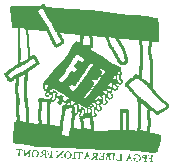
<source format=gbo>
G04 #@! TF.GenerationSoftware,KiCad,Pcbnew,8.0.8-8.0.8-0~ubuntu22.04.1*
G04 #@! TF.CreationDate,2025-01-23T22:17:41+01:00*
G04 #@! TF.ProjectId,glm5va,676c6d35-7661-42e6-9b69-6361645f7063,v1.0*
G04 #@! TF.SameCoordinates,Original*
G04 #@! TF.FileFunction,Legend,Bot*
G04 #@! TF.FilePolarity,Positive*
%FSLAX46Y46*%
G04 Gerber Fmt 4.6, Leading zero omitted, Abs format (unit mm)*
G04 Created by KiCad (PCBNEW 8.0.8-8.0.8-0~ubuntu22.04.1) date 2025-01-23 22:17:41*
%MOMM*%
%LPD*%
G01*
G04 APERTURE LIST*
G04 Aperture macros list*
%AMRoundRect*
0 Rectangle with rounded corners*
0 $1 Rounding radius*
0 $2 $3 $4 $5 $6 $7 $8 $9 X,Y pos of 4 corners*
0 Add a 4 corners polygon primitive as box body*
4,1,4,$2,$3,$4,$5,$6,$7,$8,$9,$2,$3,0*
0 Add four circle primitives for the rounded corners*
1,1,$1+$1,$2,$3*
1,1,$1+$1,$4,$5*
1,1,$1+$1,$6,$7*
1,1,$1+$1,$8,$9*
0 Add four rect primitives between the rounded corners*
20,1,$1+$1,$2,$3,$4,$5,0*
20,1,$1+$1,$4,$5,$6,$7,0*
20,1,$1+$1,$6,$7,$8,$9,0*
20,1,$1+$1,$8,$9,$2,$3,0*%
G04 Aperture macros list end*
%ADD10C,0.000000*%
%ADD11RoundRect,0.250000X-0.600000X-0.600000X0.600000X-0.600000X0.600000X0.600000X-0.600000X0.600000X0*%
%ADD12C,1.700000*%
%ADD13R,1.700000X1.700000*%
%ADD14O,1.700000X1.700000*%
%ADD15C,2.000000*%
%ADD16RoundRect,0.250000X-1.330000X-1.800000X1.330000X-1.800000X1.330000X1.800000X-1.330000X1.800000X0*%
%ADD17O,3.160000X4.100000*%
G04 APERTURE END LIST*
D10*
G36*
X138315984Y-90945831D02*
G01*
X138376385Y-90950887D01*
X138425000Y-90958714D01*
X138445783Y-90968585D01*
X138439251Y-90980788D01*
X138405926Y-90995610D01*
X138404742Y-90996023D01*
X138385650Y-91003811D01*
X138371658Y-91014633D01*
X138361763Y-91032784D01*
X138354959Y-91062559D01*
X138350245Y-91108250D01*
X138346615Y-91174153D01*
X138343067Y-91264561D01*
X138341025Y-91324269D01*
X138339868Y-91385191D01*
X138341072Y-91426404D01*
X138345131Y-91453156D01*
X138352540Y-91470696D01*
X138363795Y-91484272D01*
X138387424Y-91502546D01*
X138413216Y-91512082D01*
X138426736Y-91515328D01*
X138434442Y-91529685D01*
X138420440Y-91543298D01*
X138400722Y-91545754D01*
X138359742Y-91546169D01*
X138307044Y-91544448D01*
X138250732Y-91541088D01*
X138198914Y-91536586D01*
X138159696Y-91531441D01*
X138141184Y-91526151D01*
X138139626Y-91523353D01*
X138149418Y-91509277D01*
X138178601Y-91493112D01*
X138199406Y-91483577D01*
X138219915Y-91467202D01*
X138230897Y-91440749D01*
X138238001Y-91394878D01*
X138240424Y-91369380D01*
X138243980Y-91309172D01*
X138246450Y-91236889D01*
X138247407Y-91163076D01*
X138247533Y-91008568D01*
X138202655Y-90985361D01*
X138176570Y-90969136D01*
X138169462Y-90954462D01*
X138190257Y-90945711D01*
X138239062Y-90942847D01*
X138315984Y-90945831D01*
G37*
G36*
X134710550Y-91079864D02*
G01*
X134709360Y-91137206D01*
X134703965Y-91180147D01*
X134691963Y-91214265D01*
X134670957Y-91249852D01*
X134667263Y-91255360D01*
X134620048Y-91311769D01*
X134564047Y-91349964D01*
X134489419Y-91376829D01*
X134468506Y-91382440D01*
X134427764Y-91392026D01*
X134397487Y-91394065D01*
X134365083Y-91388419D01*
X134317958Y-91374950D01*
X134264503Y-91352059D01*
X134197141Y-91299500D01*
X134144462Y-91228811D01*
X134110317Y-91145601D01*
X134102386Y-91084814D01*
X134218080Y-91084814D01*
X134222688Y-91165299D01*
X134244946Y-91238792D01*
X134285596Y-91298250D01*
X134323382Y-91326264D01*
X134376787Y-91340487D01*
X134431417Y-91331750D01*
X134483830Y-91302844D01*
X134530585Y-91256558D01*
X134568241Y-91195682D01*
X134593359Y-91123006D01*
X134602496Y-91041319D01*
X134602005Y-91025433D01*
X134586835Y-90954452D01*
X134553778Y-90895721D01*
X134507347Y-90852477D01*
X134452054Y-90827955D01*
X134392415Y-90825393D01*
X134332941Y-90848026D01*
X134302751Y-90871843D01*
X134258852Y-90931042D01*
X134230381Y-91004381D01*
X134218080Y-91084814D01*
X134102386Y-91084814D01*
X134098558Y-91055475D01*
X134099959Y-91035837D01*
X134120144Y-90968107D01*
X134160060Y-90900244D01*
X134214267Y-90840146D01*
X134277330Y-90795716D01*
X134315673Y-90781164D01*
X134390750Y-90772997D01*
X134471464Y-90783845D01*
X134550060Y-90811485D01*
X134618784Y-90853694D01*
X134669880Y-90908249D01*
X134691032Y-90943685D01*
X134703515Y-90977624D01*
X134709201Y-91019557D01*
X134709688Y-91041319D01*
X134710550Y-91079864D01*
G37*
G36*
X131950427Y-90952419D02*
G01*
X131939919Y-91036775D01*
X131907181Y-91116113D01*
X131853487Y-91185118D01*
X131780109Y-91238474D01*
X131778620Y-91239249D01*
X131720312Y-91258125D01*
X131648416Y-91266098D01*
X131575785Y-91262724D01*
X131515277Y-91247565D01*
X131460291Y-91215848D01*
X131400778Y-91155835D01*
X131358700Y-91080911D01*
X131336280Y-90997081D01*
X131336163Y-90978208D01*
X131447860Y-90978208D01*
X131453979Y-91058750D01*
X131475078Y-91128026D01*
X131510051Y-91178754D01*
X131562500Y-91210338D01*
X131624031Y-91218297D01*
X131687408Y-91202396D01*
X131746102Y-91163069D01*
X131758268Y-91149212D01*
X131786039Y-91102614D01*
X131811115Y-91043442D01*
X131829197Y-90982764D01*
X131835985Y-90931649D01*
X131833305Y-90904828D01*
X131815688Y-90844787D01*
X131786739Y-90786379D01*
X131752478Y-90743192D01*
X131743598Y-90736700D01*
X131704204Y-90719389D01*
X131656956Y-90708920D01*
X131627135Y-90706371D01*
X131596890Y-90709721D01*
X131570138Y-90725329D01*
X131535492Y-90757772D01*
X131519584Y-90775139D01*
X131484608Y-90824529D01*
X131463375Y-90871284D01*
X131457827Y-90893684D01*
X131447860Y-90978208D01*
X131336163Y-90978208D01*
X131335744Y-90910348D01*
X131359318Y-90826718D01*
X131373085Y-90801204D01*
X131422508Y-90740836D01*
X131485772Y-90691163D01*
X131552736Y-90660880D01*
X131604142Y-90653837D01*
X131683651Y-90661678D01*
X131764165Y-90687035D01*
X131836265Y-90726662D01*
X131890531Y-90777312D01*
X131899665Y-90789913D01*
X131937433Y-90868360D01*
X131947216Y-90931649D01*
X131950427Y-90952419D01*
G37*
G36*
X141020149Y-91048443D02*
G01*
X141079616Y-91053308D01*
X141128045Y-91061147D01*
X141159543Y-91071737D01*
X141168213Y-91084857D01*
X141159349Y-91095365D01*
X141132504Y-91105942D01*
X141113325Y-91111319D01*
X141088044Y-91127553D01*
X141085369Y-91134028D01*
X141079487Y-91165972D01*
X141073486Y-91218551D01*
X141067935Y-91286293D01*
X141063407Y-91363725D01*
X141052987Y-91582753D01*
X141106493Y-91614322D01*
X141121375Y-91623837D01*
X141143564Y-91643024D01*
X141145859Y-91654630D01*
X141126097Y-91658392D01*
X141085653Y-91659891D01*
X141033069Y-91659247D01*
X140976534Y-91656818D01*
X140924240Y-91652960D01*
X140884377Y-91648031D01*
X140865135Y-91642388D01*
X140863758Y-91639085D01*
X140874418Y-91622852D01*
X140902487Y-91602314D01*
X140919846Y-91591602D01*
X140938150Y-91575649D01*
X140949021Y-91553662D01*
X140955600Y-91518072D01*
X140961033Y-91461307D01*
X140961538Y-91455152D01*
X140966075Y-91381967D01*
X140969286Y-91298546D01*
X140970505Y-91221763D01*
X140970505Y-91094271D01*
X140919425Y-91094271D01*
X140893447Y-91097174D01*
X140845136Y-91119364D01*
X140810729Y-91157782D01*
X140797618Y-91205669D01*
X140803735Y-91241288D01*
X140830555Y-91293490D01*
X140872532Y-91336410D01*
X140893595Y-91357211D01*
X140895263Y-91375274D01*
X140872998Y-91382417D01*
X140866494Y-91381876D01*
X140828995Y-91367553D01*
X140785510Y-91339002D01*
X140745527Y-91303284D01*
X140718534Y-91267461D01*
X140700917Y-91221708D01*
X140698602Y-91161350D01*
X140722819Y-91109871D01*
X140772832Y-91069939D01*
X140789815Y-91063174D01*
X140834479Y-91053918D01*
X140891686Y-91048526D01*
X140955541Y-91046775D01*
X141020149Y-91048443D01*
G37*
G36*
X138915596Y-90972777D02*
G01*
X138981766Y-90978866D01*
X139030703Y-90986940D01*
X139051186Y-90996278D01*
X139043397Y-91006971D01*
X139007516Y-91019112D01*
X138990502Y-91023888D01*
X138972964Y-91033140D01*
X138962496Y-91050802D01*
X138955819Y-91083631D01*
X138949655Y-91138384D01*
X138948809Y-91147109D01*
X138944261Y-91217917D01*
X138941981Y-91299201D01*
X138942452Y-91375058D01*
X138942490Y-91376362D01*
X138944748Y-91437608D01*
X138948346Y-91476552D01*
X138955158Y-91499588D01*
X138967053Y-91513112D01*
X138985905Y-91523518D01*
X139013843Y-91541516D01*
X139025525Y-91558304D01*
X139017360Y-91564459D01*
X138986893Y-91568079D01*
X138931915Y-91568141D01*
X138850376Y-91564721D01*
X138784848Y-91561454D01*
X138709490Y-91558268D01*
X138644440Y-91556102D01*
X138598926Y-91555304D01*
X138555672Y-91554491D01*
X138530734Y-91548633D01*
X138517604Y-91532604D01*
X138507621Y-91501277D01*
X138507103Y-91499398D01*
X138495714Y-91441833D01*
X138495054Y-91398588D01*
X138503108Y-91372561D01*
X138517863Y-91366649D01*
X138537304Y-91383750D01*
X138559419Y-91426760D01*
X138560012Y-91428227D01*
X138586428Y-91473743D01*
X138617869Y-91498797D01*
X138635884Y-91504003D01*
X138679823Y-91510261D01*
X138729921Y-91512203D01*
X138777490Y-91510024D01*
X138813841Y-91503916D01*
X138830284Y-91494073D01*
X138831428Y-91487221D01*
X138834290Y-91454717D01*
X138837658Y-91401654D01*
X138841204Y-91333511D01*
X138844598Y-91255768D01*
X138853356Y-91035472D01*
X138800676Y-91013461D01*
X138788410Y-91008067D01*
X138760628Y-90990900D01*
X138760278Y-90978497D01*
X138786538Y-90971147D01*
X138838585Y-90969143D01*
X138915596Y-90972777D01*
G37*
G36*
X130033856Y-90582018D02*
G01*
X130047420Y-90586186D01*
X130088555Y-90592511D01*
X130148073Y-90598207D01*
X130219568Y-90602998D01*
X130296633Y-90606605D01*
X130372861Y-90608751D01*
X130441843Y-90609157D01*
X130497173Y-90607545D01*
X130532445Y-90603639D01*
X130541186Y-90602150D01*
X130554282Y-90606217D01*
X130560001Y-90626015D01*
X130561259Y-90668064D01*
X130557495Y-90715348D01*
X130547141Y-90740674D01*
X130532106Y-90740966D01*
X130514303Y-90714340D01*
X130499637Y-90693104D01*
X130472173Y-90678685D01*
X130424455Y-90669266D01*
X130396733Y-90666233D01*
X130359421Y-90665159D01*
X130340626Y-90668936D01*
X130340076Y-90669643D01*
X130335012Y-90690904D01*
X130330390Y-90734096D01*
X130326403Y-90792991D01*
X130323241Y-90861361D01*
X130321096Y-90932979D01*
X130320159Y-91001618D01*
X130320624Y-91061049D01*
X130322680Y-91105045D01*
X130326520Y-91127377D01*
X130342675Y-91146656D01*
X130374841Y-91166641D01*
X130398037Y-91179678D01*
X130409983Y-91196849D01*
X130409983Y-91196903D01*
X130400233Y-91205697D01*
X130368928Y-91208145D01*
X130312734Y-91204512D01*
X130263058Y-91200360D01*
X130204909Y-91196681D01*
X130161458Y-91195225D01*
X130130534Y-91193385D01*
X130110308Y-91185028D01*
X130118156Y-91170614D01*
X130154201Y-91150899D01*
X130171204Y-91142080D01*
X130189102Y-91126341D01*
X130202113Y-91102397D01*
X130211169Y-91066128D01*
X130217199Y-91013410D01*
X130221134Y-90940123D01*
X130223904Y-90842144D01*
X130227772Y-90669257D01*
X130149592Y-90660833D01*
X130096755Y-90656553D01*
X130059379Y-90658886D01*
X130036259Y-90670292D01*
X130020080Y-90692563D01*
X130007162Y-90711916D01*
X129991580Y-90717628D01*
X129981406Y-90696628D01*
X129977765Y-90650048D01*
X129979600Y-90600646D01*
X129987376Y-90574953D01*
X130004369Y-90570069D01*
X130033856Y-90582018D01*
G37*
G36*
X140315671Y-91021856D02*
G01*
X140407488Y-91054679D01*
X140484620Y-91106016D01*
X140543837Y-91173301D01*
X140581907Y-91253968D01*
X140595600Y-91345452D01*
X140594321Y-91374840D01*
X140572857Y-91461235D01*
X140527149Y-91536011D01*
X140460078Y-91595391D01*
X140374522Y-91635597D01*
X140336136Y-91646608D01*
X140301337Y-91652578D01*
X140264030Y-91652730D01*
X140215644Y-91647063D01*
X140147609Y-91635575D01*
X140065509Y-91618349D01*
X140011308Y-91600845D01*
X139985887Y-91583224D01*
X139989264Y-91565495D01*
X139994075Y-91557476D01*
X140002063Y-91524913D01*
X140005218Y-91480893D01*
X140003622Y-91444120D01*
X139995048Y-91413813D01*
X139976404Y-91396824D01*
X139959077Y-91382900D01*
X139947589Y-91358414D01*
X139950001Y-91347217D01*
X139965529Y-91340739D01*
X140001617Y-91344355D01*
X140020309Y-91346924D01*
X140074874Y-91351542D01*
X140131282Y-91353444D01*
X140140363Y-91353536D01*
X140185998Y-91357822D01*
X140204136Y-91367980D01*
X140194420Y-91383307D01*
X140156495Y-91403099D01*
X140135217Y-91412634D01*
X140115437Y-91427910D01*
X140107514Y-91452255D01*
X140106069Y-91495530D01*
X140106456Y-91523947D01*
X140110906Y-91554489D01*
X140124294Y-91570987D01*
X140151441Y-91582709D01*
X140204557Y-91595782D01*
X140283585Y-91593856D01*
X140354301Y-91565717D01*
X140413595Y-91512842D01*
X140458359Y-91436710D01*
X140477356Y-91366278D01*
X140478069Y-91284975D01*
X140459038Y-91207449D01*
X140422100Y-91140794D01*
X140369091Y-91092101D01*
X140319650Y-91070286D01*
X140249355Y-91060668D01*
X140179259Y-91070678D01*
X140117411Y-91098910D01*
X140071858Y-91143960D01*
X140050380Y-91171372D01*
X140031746Y-91180274D01*
X140023003Y-91162713D01*
X140025656Y-91119484D01*
X140030126Y-91095415D01*
X140044170Y-91056322D01*
X140068990Y-91032181D01*
X140110578Y-91018652D01*
X140174925Y-91011400D01*
X140212400Y-91010112D01*
X140315671Y-91021856D01*
G37*
G36*
X132758382Y-90705479D02*
G01*
X132819051Y-90708560D01*
X132887215Y-90713209D01*
X132956828Y-90718947D01*
X133021842Y-90725292D01*
X133076212Y-90731766D01*
X133113891Y-90737887D01*
X133128831Y-90743176D01*
X133123000Y-90756485D01*
X133097980Y-90768559D01*
X133072097Y-90780018D01*
X133048848Y-90802695D01*
X133045765Y-90811726D01*
X133039660Y-90848625D01*
X133034466Y-90903828D01*
X133030401Y-90970620D01*
X133027681Y-91042283D01*
X133026524Y-91112101D01*
X133027147Y-91173357D01*
X133029767Y-91219334D01*
X133034601Y-91243317D01*
X133051732Y-91262506D01*
X133084560Y-91282338D01*
X133106461Y-91295517D01*
X133110263Y-91312129D01*
X133107453Y-91315200D01*
X133079342Y-91322257D01*
X133026555Y-91319485D01*
X133006842Y-91317354D01*
X132942828Y-91312503D01*
X132884430Y-91310506D01*
X132880979Y-91310482D01*
X132838723Y-91306374D01*
X132818155Y-91297037D01*
X132821611Y-91285108D01*
X132851423Y-91273223D01*
X132862049Y-91270274D01*
X132888249Y-91257456D01*
X132905174Y-91234631D01*
X132916102Y-91195532D01*
X132924311Y-91133891D01*
X132934610Y-91036642D01*
X132855233Y-91036642D01*
X132819282Y-91037746D01*
X132783111Y-91044451D01*
X132767564Y-91058253D01*
X132767303Y-91058926D01*
X132753721Y-91080067D01*
X132741598Y-91075420D01*
X132732889Y-91047951D01*
X132729552Y-91000624D01*
X132731670Y-90950783D01*
X132739456Y-90926620D01*
X132754896Y-90927087D01*
X132779977Y-90950199D01*
X132781394Y-90951725D01*
X132815717Y-90972602D01*
X132868654Y-90979013D01*
X132931254Y-90979013D01*
X132931254Y-90762904D01*
X132837465Y-90762904D01*
X132815634Y-90763092D01*
X132768458Y-90766365D01*
X132738969Y-90775245D01*
X132719005Y-90791719D01*
X132699463Y-90811248D01*
X132675182Y-90821706D01*
X132662669Y-90806410D01*
X132664401Y-90766506D01*
X132666238Y-90756997D01*
X132673841Y-90723530D01*
X132679407Y-90707480D01*
X132683715Y-90705944D01*
X132711254Y-90704447D01*
X132758382Y-90705479D01*
G37*
G36*
X141286154Y-91066332D02*
G01*
X141347062Y-91069014D01*
X141415454Y-91073350D01*
X141485285Y-91078880D01*
X141550508Y-91085146D01*
X141605077Y-91091688D01*
X141642944Y-91098047D01*
X141658065Y-91103765D01*
X141658297Y-91104671D01*
X141648342Y-91118861D01*
X141619581Y-91130125D01*
X141614686Y-91131215D01*
X141596605Y-91136599D01*
X141583360Y-91146013D01*
X141573950Y-91163584D01*
X141567375Y-91193439D01*
X141562635Y-91239704D01*
X141558729Y-91306506D01*
X141554658Y-91397973D01*
X141553175Y-91434211D01*
X141551218Y-91508830D01*
X141552955Y-91561368D01*
X141559712Y-91596622D01*
X141572812Y-91619391D01*
X141593582Y-91634471D01*
X141623346Y-91646659D01*
X141636713Y-91654984D01*
X141639408Y-91672236D01*
X141636703Y-91675238D01*
X141608667Y-91682435D01*
X141555653Y-91679667D01*
X141535940Y-91677536D01*
X141471926Y-91672684D01*
X141413528Y-91670687D01*
X141410077Y-91670664D01*
X141367821Y-91666555D01*
X141347254Y-91657219D01*
X141350709Y-91645290D01*
X141380521Y-91633405D01*
X141391778Y-91630256D01*
X141417233Y-91617515D01*
X141433561Y-91594745D01*
X141443957Y-91555684D01*
X141451615Y-91494073D01*
X141461154Y-91396824D01*
X141383054Y-91396824D01*
X141349202Y-91397830D01*
X141312469Y-91404507D01*
X141296662Y-91418435D01*
X141296401Y-91419108D01*
X141282819Y-91440248D01*
X141270696Y-91435601D01*
X141261987Y-91408132D01*
X141258650Y-91360806D01*
X141260768Y-91310964D01*
X141268554Y-91286801D01*
X141283995Y-91287268D01*
X141309075Y-91310380D01*
X141310492Y-91311907D01*
X141344815Y-91332784D01*
X141397752Y-91339195D01*
X141460352Y-91339195D01*
X141460352Y-91123086D01*
X141366563Y-91123086D01*
X141344732Y-91123274D01*
X141297556Y-91126546D01*
X141268068Y-91135427D01*
X141248103Y-91151900D01*
X141229712Y-91170381D01*
X141204677Y-91181736D01*
X141190981Y-91167408D01*
X141191316Y-91128504D01*
X141192574Y-91121102D01*
X141200019Y-91086920D01*
X141206605Y-91069478D01*
X141210979Y-91067768D01*
X141238778Y-91065764D01*
X141286154Y-91066332D01*
G37*
G36*
X137153028Y-90894170D02*
G01*
X137204023Y-90895601D01*
X137270803Y-90898303D01*
X137348382Y-90902119D01*
X137445605Y-90908422D01*
X137519100Y-90915994D01*
X137564679Y-90924728D01*
X137582794Y-90934759D01*
X137573896Y-90946223D01*
X137538437Y-90959256D01*
X137491151Y-90972747D01*
X137478480Y-91176371D01*
X137477144Y-91198912D01*
X137473660Y-91273866D01*
X137472023Y-91339173D01*
X137472335Y-91388473D01*
X137474695Y-91415400D01*
X137490381Y-91443067D01*
X137526803Y-91468708D01*
X137530346Y-91470225D01*
X137556230Y-91485496D01*
X137562993Y-91497990D01*
X137553984Y-91500813D01*
X137520781Y-91503246D01*
X137468848Y-91504079D01*
X137404034Y-91503508D01*
X137332184Y-91501728D01*
X137259148Y-91498935D01*
X137190771Y-91495326D01*
X137132901Y-91491095D01*
X137091385Y-91486439D01*
X137072071Y-91481553D01*
X137067899Y-91476996D01*
X137053078Y-91449398D01*
X137038545Y-91409630D01*
X137032749Y-91387755D01*
X137028704Y-91348660D01*
X137037790Y-91333296D01*
X137057670Y-91343137D01*
X137086008Y-91379660D01*
X137099544Y-91400182D01*
X137122965Y-91426007D01*
X137152432Y-91439484D01*
X137199317Y-91447412D01*
X137226614Y-91450262D01*
X137279073Y-91453140D01*
X137318691Y-91452114D01*
X137361486Y-91447249D01*
X137369902Y-91223937D01*
X137301790Y-91223937D01*
X137284956Y-91224295D01*
X137235912Y-91232837D01*
X137200333Y-91255263D01*
X137166988Y-91286589D01*
X137166988Y-91197634D01*
X137167062Y-91182970D01*
X137169614Y-91135322D01*
X137177172Y-91113526D01*
X137191591Y-91115275D01*
X137214728Y-91138261D01*
X137231611Y-91153568D01*
X137261074Y-91163375D01*
X137307976Y-91163474D01*
X137375893Y-91159104D01*
X137380126Y-91054651D01*
X137384359Y-90950199D01*
X137282736Y-90950199D01*
X137246218Y-90950667D01*
X137202502Y-90954355D01*
X137175166Y-90963213D01*
X137156442Y-90979013D01*
X137136899Y-90998542D01*
X137112618Y-91009000D01*
X137100105Y-90993705D01*
X137101837Y-90953801D01*
X137103677Y-90944267D01*
X137111230Y-90910865D01*
X137116702Y-90894916D01*
X137122802Y-90894164D01*
X137153028Y-90894170D01*
G37*
G36*
X130709659Y-90622061D02*
G01*
X130781316Y-90626047D01*
X130825027Y-90634050D01*
X130840588Y-90646000D01*
X130827794Y-90661833D01*
X130815366Y-90668280D01*
X130781941Y-90676240D01*
X130768138Y-90680138D01*
X130750553Y-90701674D01*
X130745767Y-90728046D01*
X130740934Y-90773836D01*
X130736798Y-90830822D01*
X130733633Y-90892351D01*
X130731715Y-90951772D01*
X130731316Y-91002430D01*
X130732711Y-91037675D01*
X130736173Y-91050853D01*
X130736610Y-91050764D01*
X130751548Y-91039017D01*
X130782669Y-91009769D01*
X130826715Y-90966233D01*
X130880430Y-90911623D01*
X130940560Y-90849152D01*
X131132566Y-90647646D01*
X131210696Y-90647646D01*
X131242254Y-90648405D01*
X131275803Y-90651618D01*
X131288826Y-90656494D01*
X131284254Y-90664139D01*
X131263495Y-90687037D01*
X131231643Y-90717725D01*
X131174461Y-90770108D01*
X131164930Y-90938125D01*
X131160939Y-91023409D01*
X131160710Y-91088626D01*
X131165443Y-91134498D01*
X131176105Y-91165773D01*
X131193667Y-91187198D01*
X131219096Y-91203519D01*
X131226243Y-91207440D01*
X131248112Y-91224503D01*
X131249195Y-91236197D01*
X131232015Y-91240339D01*
X131194579Y-91242393D01*
X131146056Y-91241848D01*
X131094424Y-91239145D01*
X131047664Y-91234722D01*
X131013757Y-91229022D01*
X131000681Y-91222483D01*
X131009530Y-91210075D01*
X131035823Y-91195455D01*
X131046131Y-91191112D01*
X131067755Y-91176382D01*
X131083015Y-91152798D01*
X131093555Y-91115367D01*
X131101014Y-91059103D01*
X131107036Y-90979013D01*
X131116483Y-90827737D01*
X130925315Y-91017077D01*
X130897166Y-91044871D01*
X130823999Y-91115901D01*
X130767528Y-91168300D01*
X130725503Y-91203881D01*
X130695675Y-91224455D01*
X130675792Y-91231835D01*
X130663606Y-91227834D01*
X130660370Y-91217039D01*
X130658910Y-91183903D01*
X130661276Y-91138295D01*
X130664572Y-91094846D01*
X130668686Y-91029508D01*
X130672940Y-90952934D01*
X130676803Y-90874127D01*
X130685163Y-90690001D01*
X130633436Y-90668387D01*
X130607613Y-90655972D01*
X130590967Y-90640344D01*
X130602083Y-90629271D01*
X130640499Y-90623049D01*
X130705751Y-90621977D01*
X130709659Y-90622061D01*
G37*
G36*
X133482331Y-90742152D02*
G01*
X133501258Y-90743801D01*
X133553198Y-90748903D01*
X133590547Y-90753441D01*
X133606236Y-90756591D01*
X133606268Y-90756619D01*
X133606478Y-90770485D01*
X133589345Y-90785002D01*
X133564830Y-90791719D01*
X133547873Y-90795752D01*
X133524204Y-90816932D01*
X133523213Y-90819216D01*
X133517614Y-90845902D01*
X133512450Y-90890746D01*
X133508030Y-90947056D01*
X133504667Y-91008137D01*
X133502670Y-91067296D01*
X133502351Y-91117840D01*
X133504019Y-91153075D01*
X133507986Y-91166308D01*
X133508529Y-91166150D01*
X133523397Y-91153955D01*
X133554643Y-91124554D01*
X133599044Y-91081096D01*
X133653376Y-91026730D01*
X133714417Y-90964606D01*
X133911048Y-90762904D01*
X133983034Y-90762904D01*
X134008908Y-90763427D01*
X134042054Y-90766244D01*
X134055020Y-90770685D01*
X134050622Y-90777936D01*
X134030433Y-90800762D01*
X133999404Y-90831916D01*
X133943789Y-90885366D01*
X133935928Y-91061885D01*
X133933489Y-91132449D01*
X133932632Y-91195016D01*
X133933383Y-91242383D01*
X133935746Y-91267766D01*
X133935779Y-91267890D01*
X133953535Y-91294932D01*
X133985286Y-91318775D01*
X133988787Y-91320640D01*
X134013678Y-91338417D01*
X134019941Y-91352082D01*
X134012195Y-91355584D01*
X133981669Y-91358458D01*
X133936269Y-91358331D01*
X133884447Y-91355700D01*
X133834658Y-91351059D01*
X133795354Y-91344903D01*
X133774988Y-91337728D01*
X133774027Y-91336694D01*
X133778393Y-91323653D01*
X133806249Y-91309563D01*
X133807269Y-91309202D01*
X133841006Y-91291133D01*
X133860340Y-91269754D01*
X133863496Y-91255588D01*
X133868521Y-91215809D01*
X133873497Y-91159609D01*
X133877704Y-91094271D01*
X133885735Y-90942995D01*
X133677514Y-91148299D01*
X133663855Y-91161727D01*
X133600814Y-91222663D01*
X133544590Y-91275371D01*
X133498558Y-91316798D01*
X133466091Y-91343892D01*
X133450562Y-91353602D01*
X133444535Y-91349371D01*
X133440046Y-91332978D01*
X133437684Y-91301076D01*
X133437348Y-91250350D01*
X133438941Y-91177487D01*
X133442364Y-91079175D01*
X133452896Y-90804748D01*
X133408184Y-90787871D01*
X133405163Y-90786687D01*
X133375618Y-90769425D01*
X133363471Y-90751552D01*
X133367641Y-90743070D01*
X133385525Y-90738151D01*
X133422117Y-90737975D01*
X133482331Y-90742152D01*
G37*
G36*
X132536694Y-90988528D02*
G01*
X132532832Y-91061069D01*
X132523538Y-91222364D01*
X132577219Y-91254037D01*
X132592249Y-91263649D01*
X132614452Y-91282847D01*
X132616761Y-91294448D01*
X132597317Y-91298351D01*
X132556819Y-91299925D01*
X132504051Y-91299167D01*
X132447230Y-91296475D01*
X132394571Y-91292247D01*
X132354292Y-91286882D01*
X132334608Y-91280777D01*
X132334400Y-91268753D01*
X132356811Y-91254788D01*
X132386118Y-91240466D01*
X132409633Y-91215764D01*
X132422750Y-91176602D01*
X132429169Y-91115882D01*
X132434203Y-91029439D01*
X132390981Y-91032421D01*
X132351301Y-91044976D01*
X132312195Y-91082846D01*
X132309775Y-91086023D01*
X132280155Y-91121566D01*
X132239139Y-91167222D01*
X132194836Y-91213936D01*
X132157133Y-91251943D01*
X132127426Y-91277946D01*
X132102776Y-91290840D01*
X132075280Y-91294595D01*
X132037034Y-91293176D01*
X132014398Y-91291198D01*
X131974710Y-91282774D01*
X131956632Y-91271086D01*
X131962465Y-91258596D01*
X131994514Y-91247762D01*
X132024797Y-91235372D01*
X132071929Y-91203376D01*
X132124192Y-91158123D01*
X132175207Y-91105231D01*
X132218602Y-91050317D01*
X132258500Y-90992744D01*
X132229292Y-90960666D01*
X132188847Y-90905986D01*
X132168319Y-90846273D01*
X132170622Y-90829661D01*
X132272962Y-90829661D01*
X132276180Y-90881608D01*
X132304380Y-90932976D01*
X132310161Y-90939483D01*
X132350263Y-90970775D01*
X132392128Y-90985148D01*
X132426716Y-90979188D01*
X132434266Y-90963217D01*
X132438771Y-90920749D01*
X132438453Y-90855457D01*
X132435007Y-90800096D01*
X132426398Y-90756883D01*
X132409983Y-90736119D01*
X132382650Y-90734368D01*
X132341285Y-90748195D01*
X132336201Y-90750424D01*
X132293408Y-90783734D01*
X132272962Y-90829661D01*
X132170622Y-90829661D01*
X132175998Y-90790887D01*
X132211929Y-90740387D01*
X132213554Y-90738835D01*
X132232502Y-90721707D01*
X132250742Y-90710215D01*
X132274178Y-90703240D01*
X132308714Y-90699667D01*
X132360256Y-90698378D01*
X132434707Y-90698258D01*
X132493999Y-90698929D01*
X132569862Y-90702768D01*
X132617563Y-90710091D01*
X132637391Y-90721001D01*
X132629634Y-90735597D01*
X132594579Y-90753980D01*
X132582898Y-90758991D01*
X132555659Y-90775169D01*
X132544421Y-90797711D01*
X132542192Y-90837807D01*
X132541724Y-90864552D01*
X132539785Y-90919991D01*
X132539751Y-90920749D01*
X132536694Y-90988528D01*
G37*
G36*
X139751333Y-91350297D02*
G01*
X139774836Y-91423426D01*
X139792918Y-91476568D01*
X139807091Y-91513296D01*
X139818867Y-91537184D01*
X139829755Y-91551804D01*
X139841268Y-91560729D01*
X139854916Y-91567533D01*
X139878253Y-91582409D01*
X139889960Y-91600102D01*
X139889906Y-91601151D01*
X139875696Y-91610493D01*
X139835933Y-91607773D01*
X139832935Y-91607290D01*
X139778850Y-91601097D01*
X139724277Y-91598166D01*
X139666648Y-91597489D01*
X139705769Y-91565448D01*
X139718484Y-91554745D01*
X139735034Y-91535067D01*
X139736997Y-91511885D01*
X139727135Y-91473275D01*
X139722287Y-91457452D01*
X139710424Y-91423408D01*
X139702421Y-91406934D01*
X139689067Y-91403188D01*
X139654117Y-91397988D01*
X139606399Y-91393025D01*
X139517336Y-91385327D01*
X139494743Y-91441792D01*
X139494105Y-91443386D01*
X139477931Y-91487521D01*
X139475169Y-91514102D01*
X139487605Y-91531717D01*
X139517027Y-91548956D01*
X139523068Y-91552246D01*
X139546708Y-91570640D01*
X139549426Y-91584641D01*
X139544663Y-91586867D01*
X139517225Y-91590107D01*
X139473289Y-91590712D01*
X139420406Y-91589103D01*
X139366128Y-91585704D01*
X139318007Y-91580938D01*
X139283597Y-91575230D01*
X139270448Y-91569002D01*
X139271184Y-91566661D01*
X139287264Y-91550801D01*
X139317770Y-91530229D01*
X139329041Y-91522845D01*
X139345673Y-91507635D01*
X139362378Y-91484854D01*
X139381200Y-91450634D01*
X139404185Y-91401108D01*
X139433375Y-91332407D01*
X139435564Y-91327043D01*
X139544186Y-91327043D01*
X139549489Y-91331561D01*
X139576164Y-91337052D01*
X139617764Y-91339195D01*
X139638819Y-91339022D01*
X139671507Y-91336422D01*
X139683814Y-91328854D01*
X139681661Y-91313982D01*
X139675465Y-91295721D01*
X139663001Y-91254923D01*
X139648830Y-91205521D01*
X139636732Y-91168168D01*
X139623580Y-91140175D01*
X139614076Y-91133877D01*
X139608003Y-91143969D01*
X139594096Y-91175810D01*
X139577361Y-91219436D01*
X139561197Y-91265449D01*
X139549006Y-91304451D01*
X139544186Y-91327043D01*
X139435564Y-91327043D01*
X139470817Y-91240661D01*
X139475467Y-91229168D01*
X139507882Y-91149918D01*
X139536571Y-91081225D01*
X139559798Y-91027142D01*
X139575827Y-90991721D01*
X139582922Y-90979013D01*
X139602856Y-90983534D01*
X139621562Y-90999364D01*
X139640665Y-91029821D01*
X139661860Y-91078227D01*
X139686842Y-91147899D01*
X139717307Y-91242158D01*
X139720899Y-91253607D01*
X139744584Y-91328854D01*
X139751333Y-91350297D01*
G37*
G36*
X138019855Y-91017943D02*
G01*
X138011785Y-91060165D01*
X138008951Y-91088855D01*
X138005675Y-91146468D01*
X138003438Y-91216772D01*
X138003195Y-91238344D01*
X138002609Y-91290448D01*
X138002723Y-91349117D01*
X138003834Y-91400709D01*
X138007140Y-91433754D01*
X138013842Y-91453949D01*
X138025138Y-91466990D01*
X138042229Y-91478575D01*
X138044195Y-91479805D01*
X138072418Y-91497537D01*
X138086894Y-91506763D01*
X138087743Y-91507661D01*
X138084664Y-91521934D01*
X138069398Y-91527109D01*
X138031862Y-91529974D01*
X137979476Y-91530241D01*
X137919412Y-91528169D01*
X137858844Y-91524013D01*
X137804945Y-91518031D01*
X137764889Y-91510479D01*
X137711081Y-91488751D01*
X137660496Y-91448748D01*
X137628437Y-91399095D01*
X137615924Y-91345019D01*
X137617936Y-91331714D01*
X137732055Y-91331714D01*
X137734041Y-91386563D01*
X137756203Y-91434733D01*
X137795971Y-91467271D01*
X137832768Y-91480060D01*
X137865528Y-91477810D01*
X137886801Y-91453993D01*
X137898305Y-91406430D01*
X137901758Y-91332938D01*
X137901758Y-91238344D01*
X137847731Y-91238565D01*
X137842502Y-91238608D01*
X137796579Y-91243189D01*
X137767678Y-91259009D01*
X137745435Y-91291424D01*
X137732055Y-91331714D01*
X137617936Y-91331714D01*
X137623980Y-91291748D01*
X137653625Y-91244508D01*
X137705881Y-91208526D01*
X137739206Y-91191957D01*
X137749726Y-91180830D01*
X137738863Y-91172588D01*
X137727673Y-91166333D01*
X137699935Y-91134224D01*
X137679318Y-91088081D01*
X137674494Y-91058546D01*
X137757686Y-91058546D01*
X137762657Y-91085123D01*
X137783850Y-91128135D01*
X137814066Y-91162248D01*
X137831588Y-91171878D01*
X137868195Y-91180257D01*
X137883979Y-91178166D01*
X137895433Y-91166382D01*
X137902952Y-91138509D01*
X137909371Y-91088210D01*
X137912908Y-91042565D01*
X137913206Y-91001727D01*
X137909668Y-90980155D01*
X137899757Y-90970423D01*
X137869755Y-90965309D01*
X137832618Y-90975653D01*
X137796275Y-90997368D01*
X137768654Y-91026361D01*
X137757686Y-91058546D01*
X137674494Y-91058546D01*
X137671242Y-91038639D01*
X137681074Y-90998466D01*
X137715569Y-90958683D01*
X137740833Y-90939900D01*
X137768694Y-90928206D01*
X137806338Y-90923225D01*
X137863244Y-90922646D01*
X137912816Y-90923815D01*
X137991289Y-90928550D01*
X138051023Y-90936112D01*
X138090004Y-90945896D01*
X138106217Y-90957296D01*
X138097647Y-90969704D01*
X138062278Y-90982516D01*
X138056544Y-90984085D01*
X138032834Y-90995567D01*
X138029261Y-91001727D01*
X138019855Y-91017943D01*
G37*
G36*
X135146607Y-90797182D02*
G01*
X135162299Y-90802258D01*
X135206379Y-90809493D01*
X135268477Y-90815641D01*
X135342004Y-90820456D01*
X135420378Y-90823694D01*
X135497012Y-90825109D01*
X135565321Y-90824455D01*
X135618720Y-90821488D01*
X135650624Y-90815961D01*
X135668158Y-90811076D01*
X135678303Y-90816609D01*
X135682325Y-90839068D01*
X135683040Y-90884395D01*
X135683039Y-90885513D01*
X135679612Y-90936047D01*
X135670244Y-90960923D01*
X135655938Y-90959138D01*
X135637700Y-90929691D01*
X135624380Y-90909726D01*
X135597359Y-90894523D01*
X135550220Y-90884932D01*
X135524876Y-90882304D01*
X135486840Y-90882123D01*
X135466727Y-90887431D01*
X135463021Y-90897744D01*
X135457565Y-90932753D01*
X135452288Y-90985842D01*
X135447526Y-91050668D01*
X135443618Y-91120891D01*
X135440900Y-91190168D01*
X135439710Y-91252158D01*
X135440384Y-91300519D01*
X135443260Y-91328910D01*
X135458912Y-91356574D01*
X135495379Y-91382265D01*
X135499047Y-91383851D01*
X135524203Y-91400116D01*
X135529591Y-91414748D01*
X135520936Y-91419814D01*
X135487170Y-91423299D01*
X135434013Y-91420279D01*
X135396897Y-91416838D01*
X135338156Y-91412804D01*
X135291931Y-91411231D01*
X135261658Y-91409438D01*
X135239558Y-91400868D01*
X135245238Y-91386611D01*
X135279158Y-91368208D01*
X135279484Y-91368072D01*
X135311444Y-91348649D01*
X135328623Y-91326840D01*
X135329702Y-91321176D01*
X135333089Y-91289130D01*
X135337070Y-91236393D01*
X135341237Y-91168779D01*
X135345180Y-91092100D01*
X135355014Y-90881023D01*
X135270502Y-90875100D01*
X135245065Y-90873606D01*
X135203253Y-90874535D01*
X135174787Y-90883373D01*
X135149183Y-90902484D01*
X135127179Y-90921114D01*
X135103475Y-90933598D01*
X135094003Y-90922347D01*
X135096540Y-90886693D01*
X135097962Y-90877846D01*
X135100158Y-90850295D01*
X135089814Y-90843272D01*
X135060450Y-90850231D01*
X135059622Y-90850469D01*
X135026693Y-90861603D01*
X135008492Y-90870767D01*
X135008490Y-90870769D01*
X135004954Y-90887465D01*
X135001143Y-90926770D01*
X134997323Y-90982490D01*
X134993764Y-91048429D01*
X134990734Y-91118391D01*
X134988501Y-91186180D01*
X134987334Y-91245602D01*
X134987500Y-91290460D01*
X134989269Y-91314559D01*
X134989373Y-91314992D01*
X135005986Y-91339393D01*
X135037016Y-91361996D01*
X135040525Y-91363867D01*
X135065343Y-91381750D01*
X135071461Y-91395643D01*
X135069572Y-91397143D01*
X135046618Y-91401138D01*
X135004760Y-91402365D01*
X134951759Y-91401222D01*
X134895372Y-91398107D01*
X134843360Y-91393416D01*
X134803482Y-91387547D01*
X134783496Y-91380898D01*
X134782181Y-91379357D01*
X134788024Y-91366296D01*
X134816941Y-91352023D01*
X134819099Y-91351242D01*
X134854583Y-91330264D01*
X134876133Y-91303441D01*
X134877243Y-91299772D01*
X134882017Y-91268105D01*
X134886425Y-91215491D01*
X134890017Y-91148316D01*
X134892345Y-91072970D01*
X134893454Y-91008060D01*
X134893554Y-90947262D01*
X134891694Y-90906467D01*
X134887350Y-90880748D01*
X134879997Y-90865177D01*
X134869109Y-90854828D01*
X134848897Y-90842964D01*
X134821854Y-90834941D01*
X134813336Y-90832925D01*
X134807836Y-90816932D01*
X134815408Y-90809947D01*
X134841128Y-90804473D01*
X134888215Y-90802630D01*
X134960313Y-90804111D01*
X135001938Y-90805263D01*
X135061576Y-90804833D01*
X135095809Y-90800778D01*
X135106750Y-90792936D01*
X135106751Y-90792749D01*
X135116568Y-90785589D01*
X135146607Y-90797182D01*
G37*
G36*
X136900346Y-91199191D02*
G01*
X136897422Y-91267916D01*
X136896266Y-91328413D01*
X136897256Y-91374415D01*
X136900770Y-91399657D01*
X136919273Y-91421104D01*
X136951914Y-91440474D01*
X136953435Y-91441113D01*
X136982208Y-91457047D01*
X136994101Y-91471112D01*
X136985280Y-91475863D01*
X136954192Y-91479462D01*
X136907599Y-91480800D01*
X136852776Y-91480108D01*
X136796997Y-91477616D01*
X136747535Y-91473556D01*
X136711665Y-91468159D01*
X136696661Y-91461657D01*
X136696491Y-91459483D01*
X136709188Y-91443472D01*
X136738713Y-91425638D01*
X136760848Y-91413868D01*
X136778257Y-91396194D01*
X136788384Y-91367197D01*
X136795860Y-91318164D01*
X136799205Y-91280772D01*
X136798942Y-91240064D01*
X136793314Y-91219088D01*
X136771558Y-91209731D01*
X136735896Y-91219445D01*
X136694249Y-91250250D01*
X136650811Y-91299772D01*
X136624182Y-91333637D01*
X136578023Y-91386305D01*
X136535203Y-91429240D01*
X136528423Y-91435298D01*
X136489304Y-91465536D01*
X136454413Y-91479732D01*
X136411416Y-91483267D01*
X136393759Y-91482727D01*
X136357233Y-91477616D01*
X136338571Y-91468860D01*
X136338477Y-91468716D01*
X136320135Y-91461526D01*
X136281397Y-91456405D01*
X136230516Y-91454453D01*
X136218293Y-91454373D01*
X136160343Y-91450724D01*
X136127903Y-91442014D01*
X136122002Y-91428752D01*
X136143669Y-91411447D01*
X136145554Y-91410403D01*
X136168012Y-91385345D01*
X136170095Y-91345675D01*
X136152011Y-91288307D01*
X136147381Y-91277361D01*
X136135203Y-91254925D01*
X136118479Y-91243329D01*
X136089119Y-91238994D01*
X136039034Y-91238344D01*
X135946932Y-91238344D01*
X135930244Y-91294043D01*
X135918374Y-91337509D01*
X135915669Y-91367622D01*
X135925585Y-91385630D01*
X135949575Y-91399445D01*
X135973966Y-91413774D01*
X135985593Y-91427951D01*
X135982130Y-91430931D01*
X135957406Y-91435581D01*
X135915225Y-91438521D01*
X135863115Y-91439756D01*
X135808605Y-91439292D01*
X135759224Y-91437134D01*
X135722499Y-91433287D01*
X135705960Y-91427756D01*
X135705943Y-91422934D01*
X135720742Y-91404310D01*
X135750976Y-91380932D01*
X135765168Y-91370796D01*
X135782937Y-91353975D01*
X135800305Y-91330391D01*
X135819443Y-91296029D01*
X135842522Y-91246868D01*
X135868384Y-91186643D01*
X135981916Y-91186643D01*
X135988199Y-91189338D01*
X136017097Y-91193488D01*
X136059254Y-91195122D01*
X136128112Y-91195122D01*
X136106001Y-91120664D01*
X136096379Y-91088833D01*
X136075322Y-91024785D01*
X136060262Y-90988676D01*
X136051243Y-90980617D01*
X136048982Y-90983589D01*
X136037268Y-91007862D01*
X136022018Y-91047108D01*
X136006045Y-91092969D01*
X135992162Y-91137084D01*
X135983181Y-91171095D01*
X135981916Y-91186643D01*
X135868384Y-91186643D01*
X135871712Y-91178892D01*
X135909184Y-91088081D01*
X135912432Y-91080140D01*
X135945214Y-91000534D01*
X135974318Y-90930790D01*
X135997960Y-90875119D01*
X136014353Y-90837730D01*
X136021710Y-90822836D01*
X136024855Y-90820869D01*
X136042716Y-90827735D01*
X136065572Y-90853136D01*
X136088518Y-90890657D01*
X136106649Y-90933884D01*
X136108191Y-90938708D01*
X136121747Y-90981526D01*
X136141098Y-91043101D01*
X136163894Y-91115933D01*
X136187780Y-91192520D01*
X136188597Y-91195122D01*
X136199861Y-91230994D01*
X136222157Y-91298593D01*
X136240029Y-91345461D01*
X136255752Y-91376445D01*
X136271598Y-91396395D01*
X136289842Y-91410157D01*
X136324602Y-91425180D01*
X136371387Y-91428546D01*
X136374536Y-91427764D01*
X136405452Y-91410817D01*
X136447409Y-91377981D01*
X136494356Y-91335077D01*
X136540241Y-91287926D01*
X136579014Y-91242348D01*
X136604624Y-91204166D01*
X136615970Y-91180164D01*
X136616742Y-91162426D01*
X136601022Y-91149902D01*
X136582179Y-91135327D01*
X136554042Y-91093428D01*
X136537851Y-91041510D01*
X136537273Y-91023855D01*
X136639770Y-91023855D01*
X136646265Y-91079351D01*
X136681308Y-91133891D01*
X136706643Y-91153756D01*
X136759475Y-91166308D01*
X136807972Y-91166308D01*
X136803787Y-91047448D01*
X136801988Y-91002656D01*
X136798662Y-90961294D01*
X136792652Y-90938363D01*
X136782072Y-90927840D01*
X136765036Y-90923702D01*
X136725805Y-90925977D01*
X136679637Y-90950384D01*
X136647969Y-90994285D01*
X136639770Y-91023855D01*
X136537273Y-91023855D01*
X136536163Y-90989948D01*
X136551536Y-90949116D01*
X136574633Y-90923670D01*
X136619725Y-90894465D01*
X136679243Y-90879010D01*
X136759635Y-90875011D01*
X136825179Y-90876648D01*
X136902070Y-90881727D01*
X136959688Y-90889637D01*
X136994865Y-90899898D01*
X137004430Y-90912029D01*
X136996937Y-90921888D01*
X136971296Y-90933740D01*
X136955080Y-90938144D01*
X136927750Y-90951784D01*
X136922177Y-90967338D01*
X136915954Y-91006311D01*
X136909989Y-91062122D01*
X136904661Y-91128504D01*
X136902353Y-91166308D01*
X136900346Y-91199191D01*
G37*
G36*
X141641243Y-84546987D02*
G01*
X141638704Y-84684542D01*
X141633980Y-84820736D01*
X141627257Y-84950083D01*
X141618722Y-85067099D01*
X141608560Y-85166298D01*
X141596958Y-85242195D01*
X141592744Y-85263950D01*
X141583676Y-85316969D01*
X141581015Y-85351421D01*
X141584641Y-85374518D01*
X141594434Y-85393471D01*
X141597850Y-85398106D01*
X141619675Y-85424283D01*
X141656800Y-85466713D01*
X141706019Y-85521796D01*
X141764127Y-85585935D01*
X141827917Y-85655531D01*
X141832375Y-85660373D01*
X141904190Y-85739777D01*
X141976911Y-85822511D01*
X142045351Y-85902517D01*
X142104324Y-85973739D01*
X142148645Y-86030119D01*
X142191658Y-86086429D01*
X142238412Y-86145761D01*
X142279346Y-86195854D01*
X142308845Y-86229715D01*
X142347209Y-86267307D01*
X142403202Y-86317556D01*
X142469687Y-86374385D01*
X142540327Y-86432576D01*
X142608782Y-86486909D01*
X142668714Y-86532166D01*
X142713783Y-86563127D01*
X142821445Y-86638928D01*
X142907199Y-86720240D01*
X142965438Y-86803184D01*
X142995841Y-86887143D01*
X142997317Y-86942644D01*
X142998084Y-86971504D01*
X142971847Y-87055652D01*
X142968479Y-87062403D01*
X142946427Y-87098475D01*
X142916425Y-87134052D01*
X142875520Y-87171400D01*
X142820759Y-87212781D01*
X142749187Y-87260460D01*
X142657852Y-87316700D01*
X142543800Y-87383766D01*
X142492989Y-87413206D01*
X142399015Y-87467698D01*
X142326079Y-87510145D01*
X142271518Y-87542201D01*
X142232665Y-87565517D01*
X142206854Y-87581746D01*
X142191419Y-87592541D01*
X142183695Y-87599555D01*
X142181015Y-87604440D01*
X142180715Y-87608848D01*
X142176654Y-87618435D01*
X142157744Y-87645195D01*
X142128613Y-87679709D01*
X142108733Y-87700996D01*
X142079606Y-87725048D01*
X142048798Y-87735257D01*
X142003850Y-87737380D01*
X141972964Y-87736701D01*
X141939307Y-87730389D01*
X141912125Y-87712619D01*
X141879463Y-87677652D01*
X141845818Y-87640732D01*
X141797963Y-87591335D01*
X141750009Y-87544385D01*
X141680809Y-87479036D01*
X141597967Y-87401292D01*
X141533197Y-87341248D01*
X141484957Y-87297512D01*
X141451707Y-87268695D01*
X141431906Y-87253407D01*
X141424012Y-87250256D01*
X141423506Y-87250983D01*
X141417149Y-87270441D01*
X141407314Y-87309595D01*
X141395908Y-87360943D01*
X141393273Y-87374190D01*
X141380156Y-87476159D01*
X141374595Y-87596688D01*
X141376509Y-87727764D01*
X141385814Y-87861375D01*
X141402427Y-87989507D01*
X141404636Y-88003038D01*
X141417913Y-88094535D01*
X141426105Y-88177597D01*
X141428890Y-88248885D01*
X141429308Y-88259598D01*
X141427616Y-88347915D01*
X141421124Y-88449924D01*
X141409926Y-88573001D01*
X141402226Y-88665248D01*
X141395343Y-88778671D01*
X141390605Y-88892850D01*
X141388743Y-88993267D01*
X141388315Y-89204627D01*
X141485564Y-89213881D01*
X141600053Y-89225882D01*
X141701727Y-89239560D01*
X141798286Y-89256524D01*
X141900558Y-89278684D01*
X142019371Y-89307947D01*
X142106495Y-89331092D01*
X142185559Y-89355196D01*
X142242048Y-89377799D01*
X142279073Y-89400931D01*
X142299750Y-89426619D01*
X142307191Y-89456894D01*
X142304509Y-89493785D01*
X142299969Y-89524227D01*
X142292554Y-89578082D01*
X142283658Y-89645442D01*
X142274346Y-89718378D01*
X142266364Y-89779601D01*
X142248982Y-89893991D01*
X142229018Y-89995875D01*
X142204171Y-90094953D01*
X142172136Y-90200922D01*
X142130609Y-90323483D01*
X142117331Y-90361333D01*
X142085639Y-90451914D01*
X142061908Y-90520722D01*
X142044987Y-90571768D01*
X142033726Y-90609062D01*
X142026971Y-90636616D01*
X142023572Y-90658439D01*
X142022377Y-90678542D01*
X142022235Y-90700937D01*
X142022102Y-90705275D01*
X142021740Y-90717037D01*
X142010418Y-90778786D01*
X141986780Y-90828421D01*
X141954333Y-90857837D01*
X141939811Y-90861796D01*
X141899486Y-90867931D01*
X141842862Y-90873805D01*
X141777311Y-90878556D01*
X141732192Y-90881153D01*
X141669327Y-90884744D01*
X141619277Y-90887569D01*
X141590017Y-90889176D01*
X141582317Y-90889503D01*
X141522908Y-90889433D01*
X141443009Y-90886415D01*
X141349528Y-90880990D01*
X141249369Y-90873698D01*
X141149439Y-90865082D01*
X141056644Y-90855681D01*
X140977888Y-90846037D01*
X140920079Y-90836691D01*
X140862233Y-90826484D01*
X140771712Y-90813193D01*
X140659922Y-90798764D01*
X140530878Y-90783632D01*
X140388600Y-90768228D01*
X140237106Y-90752985D01*
X140080412Y-90738337D01*
X139922537Y-90724716D01*
X139767499Y-90712555D01*
X139659068Y-90704376D01*
X141827737Y-90704376D01*
X141918455Y-90704826D01*
X142009173Y-90705275D01*
X141983287Y-90669710D01*
X141983134Y-90669500D01*
X141962825Y-90644411D01*
X141950198Y-90633766D01*
X141945055Y-90635430D01*
X141920816Y-90647984D01*
X141885366Y-90668881D01*
X141827737Y-90704376D01*
X139659068Y-90704376D01*
X139650623Y-90703739D01*
X139500130Y-90691765D01*
X139369255Y-90680449D01*
X139252557Y-90669288D01*
X139144597Y-90657781D01*
X139039932Y-90645426D01*
X139024715Y-90643793D01*
X138964268Y-90639498D01*
X138880451Y-90635673D01*
X138777271Y-90632429D01*
X138658732Y-90629879D01*
X138528842Y-90628134D01*
X138391605Y-90627306D01*
X138382421Y-90627285D01*
X138244421Y-90627124D01*
X138130787Y-90627454D01*
X138037325Y-90628459D01*
X137959841Y-90630319D01*
X137894139Y-90633217D01*
X137836026Y-90637335D01*
X137781308Y-90642854D01*
X137725791Y-90649957D01*
X137665279Y-90658826D01*
X137595010Y-90669241D01*
X137522314Y-90678563D01*
X137462256Y-90683511D01*
X137405953Y-90684468D01*
X137344521Y-90681820D01*
X137269079Y-90675949D01*
X137167677Y-90666416D01*
X137010590Y-90648501D01*
X136841258Y-90625408D01*
X136651855Y-90596125D01*
X136644292Y-90594924D01*
X136589136Y-90587644D01*
X136527750Y-90582361D01*
X136455621Y-90578922D01*
X136368239Y-90577170D01*
X136261091Y-90576948D01*
X136129665Y-90578103D01*
X136045320Y-90578777D01*
X135893903Y-90578199D01*
X135750919Y-90575423D01*
X135623145Y-90570606D01*
X135517357Y-90563906D01*
X135507277Y-90563078D01*
X135417119Y-90555636D01*
X135308132Y-90546584D01*
X135189045Y-90536651D01*
X135068583Y-90526563D01*
X134955474Y-90517049D01*
X134907699Y-90513189D01*
X134790157Y-90504911D01*
X134656950Y-90497108D01*
X134506616Y-90489732D01*
X134337695Y-90482733D01*
X134148725Y-90476061D01*
X133938246Y-90469667D01*
X133704796Y-90463502D01*
X133446915Y-90457515D01*
X133163141Y-90451659D01*
X132852014Y-90445883D01*
X132792019Y-90444784D01*
X132557544Y-90439645D01*
X132349882Y-90433582D01*
X132167426Y-90426503D01*
X132008568Y-90418316D01*
X131871701Y-90408929D01*
X131755217Y-90398250D01*
X131657510Y-90386185D01*
X131576971Y-90372643D01*
X131569773Y-90371187D01*
X131521173Y-90360550D01*
X131454195Y-90345055D01*
X131376718Y-90326550D01*
X131296620Y-90306882D01*
X131271454Y-90300836D01*
X131173023Y-90279966D01*
X131052485Y-90257659D01*
X130914889Y-90234639D01*
X130765282Y-90211634D01*
X130608713Y-90189369D01*
X130450231Y-90168573D01*
X130294883Y-90149970D01*
X130147718Y-90134288D01*
X130013783Y-90122253D01*
X129987068Y-90119834D01*
X129905621Y-90106707D01*
X129847776Y-90085582D01*
X129809890Y-90054680D01*
X129788318Y-90012224D01*
X129785868Y-90000560D01*
X129781616Y-89956088D01*
X129778804Y-89889074D01*
X129777346Y-89803792D01*
X129777154Y-89704515D01*
X129778140Y-89595519D01*
X129780217Y-89481076D01*
X129783018Y-89375920D01*
X133873443Y-89375920D01*
X133876300Y-89377335D01*
X133901326Y-89382665D01*
X133945414Y-89388809D01*
X134001319Y-89394702D01*
X134003145Y-89394872D01*
X134076958Y-89405374D01*
X134155279Y-89422059D01*
X134221454Y-89441395D01*
X134277550Y-89461975D01*
X134333324Y-89483401D01*
X134374233Y-89500144D01*
X134426912Y-89523140D01*
X134441722Y-89455076D01*
X134444913Y-89439929D01*
X134456195Y-89380148D01*
X134464848Y-89325806D01*
X134465431Y-89321800D01*
X134474927Y-89275364D01*
X134490409Y-89215077D01*
X134508831Y-89152919D01*
X134523092Y-89102288D01*
X134538783Y-89023638D01*
X134544683Y-88956494D01*
X134545480Y-88918572D01*
X134551019Y-88882127D01*
X134565525Y-88855091D01*
X134593206Y-88826162D01*
X134624598Y-88791967D01*
X134625798Y-88789911D01*
X134922877Y-88789911D01*
X134931848Y-88801560D01*
X134961145Y-88803517D01*
X134982186Y-88805100D01*
X135029403Y-88810975D01*
X135094849Y-88820416D01*
X135172924Y-88832609D01*
X135258026Y-88846739D01*
X135351123Y-88862595D01*
X135427180Y-88875179D01*
X135481507Y-88883313D01*
X135517564Y-88887212D01*
X135538811Y-88887090D01*
X135548707Y-88883163D01*
X135550711Y-88875644D01*
X135548284Y-88864748D01*
X135547487Y-88861423D01*
X135542801Y-88830690D01*
X135537413Y-88781999D01*
X135532335Y-88724277D01*
X135527442Y-88665439D01*
X135509404Y-88503234D01*
X135485131Y-88357256D01*
X135452888Y-88218250D01*
X135410939Y-88076962D01*
X135407191Y-88065452D01*
X135699588Y-88065452D01*
X135702502Y-88093959D01*
X135725307Y-88200610D01*
X135746101Y-88305046D01*
X135761891Y-88395133D01*
X135773938Y-88478141D01*
X135783502Y-88561340D01*
X135789141Y-88616236D01*
X135796377Y-88685608D01*
X135802560Y-88743735D01*
X135806772Y-88781906D01*
X135813425Y-88839535D01*
X136018369Y-88840843D01*
X136038266Y-88841016D01*
X136116595Y-88842545D01*
X136187440Y-88845176D01*
X136243692Y-88848590D01*
X136278241Y-88852470D01*
X136333169Y-88862790D01*
X136323156Y-88613443D01*
X136321535Y-88573459D01*
X136317158Y-88468435D01*
X136312510Y-88360207D01*
X136308052Y-88259440D01*
X136304246Y-88176801D01*
X136295349Y-87989507D01*
X136194498Y-87978291D01*
X136179873Y-87976763D01*
X136070435Y-87971548D01*
X135969820Y-87977323D01*
X135884215Y-87993413D01*
X135819807Y-88019143D01*
X135801359Y-88029154D01*
X135758839Y-88047192D01*
X135726797Y-88054339D01*
X135712104Y-88055267D01*
X135699588Y-88065452D01*
X135407191Y-88065452D01*
X135369048Y-87948308D01*
X135397131Y-87910324D01*
X135425213Y-87872340D01*
X135359629Y-87806756D01*
X135331349Y-87775673D01*
X135304243Y-87737390D01*
X135294507Y-87711059D01*
X135431437Y-87711059D01*
X135481600Y-87752646D01*
X135514803Y-87778665D01*
X135542329Y-87791670D01*
X135568451Y-87787732D01*
X135603800Y-87768203D01*
X135611896Y-87763072D01*
X135649158Y-87734112D01*
X135673903Y-87703763D01*
X135812706Y-87703763D01*
X135818146Y-87714962D01*
X135841520Y-87722973D01*
X135861032Y-87719738D01*
X135869029Y-87704865D01*
X135867524Y-87702926D01*
X136163246Y-87702926D01*
X136171820Y-87704464D01*
X136174875Y-87704865D01*
X136202187Y-87708450D01*
X136246493Y-87713655D01*
X136327303Y-87722747D01*
X136312373Y-87666810D01*
X136297443Y-87610874D01*
X136229125Y-87656081D01*
X136200005Y-87675669D01*
X136172790Y-87694857D01*
X136163246Y-87702926D01*
X135867524Y-87702926D01*
X135851000Y-87681640D01*
X135840668Y-87675028D01*
X135820620Y-87677403D01*
X135812706Y-87703763D01*
X135673903Y-87703763D01*
X135677648Y-87699170D01*
X135699066Y-87653681D01*
X135715115Y-87593079D01*
X135727496Y-87512795D01*
X135737909Y-87408265D01*
X135749297Y-87273649D01*
X135683752Y-87217462D01*
X135653549Y-87192506D01*
X135623425Y-87169924D01*
X135607677Y-87161182D01*
X135604279Y-87161995D01*
X135597246Y-87171525D01*
X135590724Y-87194779D01*
X135584036Y-87235509D01*
X135576507Y-87297466D01*
X135567461Y-87384402D01*
X135565656Y-87402325D01*
X135555368Y-87494072D01*
X135545044Y-87562136D01*
X135533371Y-87610880D01*
X135519036Y-87644668D01*
X135500729Y-87667863D01*
X135477137Y-87684831D01*
X135431437Y-87711059D01*
X135294507Y-87711059D01*
X135294044Y-87709806D01*
X135303628Y-87678355D01*
X135336865Y-87636148D01*
X135390418Y-87592134D01*
X135396618Y-87587269D01*
X135418659Y-87553831D01*
X135431511Y-87498204D01*
X135441062Y-87426198D01*
X135380097Y-87385854D01*
X135363133Y-87375074D01*
X135328358Y-87359183D01*
X135307431Y-87364658D01*
X135297125Y-87393881D01*
X135294211Y-87449235D01*
X135294204Y-87450312D01*
X135280900Y-87526060D01*
X135241722Y-87590873D01*
X135175747Y-87646289D01*
X135116801Y-87685690D01*
X135101262Y-87698019D01*
X135070843Y-87722153D01*
X135039374Y-87757640D01*
X135016659Y-87798754D01*
X134996961Y-87852099D01*
X134979635Y-87919241D01*
X134963074Y-88016037D01*
X134949933Y-88130232D01*
X134940755Y-88255864D01*
X134936082Y-88386968D01*
X134936456Y-88517580D01*
X134936678Y-88527568D01*
X134937279Y-88603088D01*
X134936073Y-88671201D01*
X134933279Y-88724779D01*
X134929116Y-88756693D01*
X134928301Y-88759901D01*
X134922877Y-88789911D01*
X134625798Y-88789911D01*
X134651474Y-88745927D01*
X134666873Y-88689837D01*
X134672298Y-88617729D01*
X134669247Y-88523632D01*
X134667298Y-88476283D01*
X134667523Y-88381929D01*
X134671704Y-88276027D01*
X134679257Y-88165303D01*
X134689595Y-88056484D01*
X134702133Y-87956297D01*
X134716287Y-87871467D01*
X134731470Y-87808723D01*
X134745201Y-87761957D01*
X134758024Y-87698019D01*
X134756970Y-87646635D01*
X134741369Y-87599452D01*
X134710550Y-87548121D01*
X134688181Y-87513011D01*
X134667931Y-87474570D01*
X134660125Y-87449999D01*
X134660860Y-87444787D01*
X134675613Y-87417203D01*
X134703347Y-87386672D01*
X134708516Y-87382017D01*
X134729364Y-87359992D01*
X134740788Y-87336231D01*
X134745590Y-87301714D01*
X134746568Y-87247422D01*
X134746559Y-87243493D01*
X134744713Y-87194569D01*
X134740285Y-87159869D01*
X134734172Y-87146682D01*
X134728821Y-87145329D01*
X134703480Y-87132523D01*
X134668577Y-87110581D01*
X134646023Y-87096639D01*
X134607848Y-87083176D01*
X134571285Y-87088517D01*
X134530334Y-87114296D01*
X134478995Y-87162144D01*
X134446038Y-87192953D01*
X134405938Y-87222377D01*
X134377240Y-87233126D01*
X134363168Y-87229896D01*
X134326812Y-87205780D01*
X134281637Y-87160236D01*
X134217875Y-87087346D01*
X134209600Y-87215081D01*
X134208680Y-87228042D01*
X134201225Y-87300688D01*
X134190724Y-87372079D01*
X134179145Y-87428441D01*
X134173109Y-87453657D01*
X134160051Y-87516693D01*
X134146455Y-87591007D01*
X134134445Y-87665343D01*
X134126957Y-87710951D01*
X134109537Y-87801429D01*
X134088699Y-87896660D01*
X134067473Y-87982303D01*
X134060818Y-88007348D01*
X134046010Y-88066907D01*
X134035487Y-88119208D01*
X134028425Y-88171464D01*
X134023999Y-88230891D01*
X134021385Y-88304703D01*
X134019761Y-88400114D01*
X134019649Y-88408446D01*
X134017214Y-88515981D01*
X134012642Y-88604837D01*
X134005046Y-88684476D01*
X133993539Y-88764358D01*
X133977235Y-88853942D01*
X133975416Y-88863336D01*
X133959635Y-88948523D01*
X133944953Y-89033753D01*
X133932940Y-89109604D01*
X133925163Y-89166653D01*
X133924595Y-89171437D01*
X133914891Y-89231937D01*
X133902152Y-89286157D01*
X133888979Y-89322870D01*
X133886084Y-89328652D01*
X133874153Y-89359300D01*
X133873443Y-89375920D01*
X129783018Y-89375920D01*
X129783297Y-89365461D01*
X129787293Y-89252948D01*
X129792118Y-89147812D01*
X129797684Y-89054325D01*
X129803903Y-88976763D01*
X129810688Y-88919399D01*
X129818721Y-88860541D01*
X129826050Y-88773765D01*
X129827787Y-88680918D01*
X129824372Y-88570822D01*
X129822864Y-88538101D01*
X129820272Y-88465395D01*
X129820236Y-88414196D01*
X129823082Y-88379199D01*
X129829133Y-88355098D01*
X129838716Y-88336587D01*
X129854085Y-88316113D01*
X129886163Y-88287576D01*
X129915671Y-88276765D01*
X129936155Y-88286970D01*
X129944997Y-88297837D01*
X129948730Y-88288457D01*
X129960761Y-88275745D01*
X129992172Y-88270448D01*
X129995766Y-88270417D01*
X130026430Y-88264245D01*
X130035644Y-88245236D01*
X130036090Y-88235717D01*
X130038973Y-88199325D01*
X130043921Y-88146123D01*
X130050222Y-88083964D01*
X130053765Y-88045341D01*
X130056595Y-87989258D01*
X130056398Y-87928709D01*
X130052966Y-87857672D01*
X130046091Y-87770125D01*
X130035565Y-87660045D01*
X130026065Y-87561654D01*
X130015609Y-87434163D01*
X130009640Y-87325319D01*
X130008107Y-87229240D01*
X130010961Y-87140049D01*
X130018151Y-87051865D01*
X130029629Y-86958809D01*
X130038581Y-86883203D01*
X130049362Y-86685680D01*
X130044837Y-86474920D01*
X130025331Y-86258631D01*
X129991168Y-86044527D01*
X129987022Y-86023385D01*
X129971497Y-85941855D01*
X129960159Y-85874807D01*
X129952386Y-85815026D01*
X129947551Y-85755295D01*
X129945032Y-85688400D01*
X129944219Y-85608454D01*
X130209824Y-85608454D01*
X130210839Y-85668581D01*
X130214107Y-85725444D01*
X130220087Y-85784316D01*
X130229234Y-85850472D01*
X130242004Y-85929185D01*
X130258856Y-86025729D01*
X130280245Y-86145378D01*
X130283154Y-86162011D01*
X130307849Y-86352728D01*
X130319290Y-86551837D01*
X130317179Y-86748174D01*
X130301218Y-86930573D01*
X130291756Y-87007501D01*
X130281556Y-87123129D01*
X130277462Y-87236158D01*
X130279480Y-87354275D01*
X130287618Y-87485169D01*
X130301883Y-87636529D01*
X130309360Y-87714177D01*
X130319915Y-87889609D01*
X130319080Y-88039932D01*
X130311178Y-88205616D01*
X130406078Y-88209169D01*
X130452805Y-88212232D01*
X130510126Y-88219088D01*
X130552729Y-88227638D01*
X130566058Y-88231260D01*
X130612679Y-88242709D01*
X130673663Y-88256673D01*
X130739334Y-88270909D01*
X130774185Y-88278197D01*
X130826840Y-88289033D01*
X130864194Y-88296489D01*
X130879805Y-88299263D01*
X130879911Y-88299262D01*
X130883600Y-88295608D01*
X130884621Y-88281815D01*
X130882663Y-88253281D01*
X130877413Y-88205403D01*
X130868557Y-88133579D01*
X130864216Y-88085444D01*
X130860085Y-88013030D01*
X130856430Y-87922308D01*
X130853432Y-87818579D01*
X130851272Y-87707144D01*
X130850130Y-87593307D01*
X130848055Y-87182700D01*
X130794881Y-86981941D01*
X130792433Y-86972640D01*
X130778400Y-86916321D01*
X130766153Y-86860285D01*
X130755537Y-86802108D01*
X130746400Y-86739364D01*
X130738588Y-86669629D01*
X130731946Y-86590478D01*
X130726321Y-86499486D01*
X130721561Y-86394228D01*
X130717509Y-86272280D01*
X130714014Y-86131217D01*
X130710922Y-85968613D01*
X130708078Y-85782045D01*
X130705329Y-85569087D01*
X130704892Y-85531306D01*
X130976273Y-85531306D01*
X130976433Y-85716571D01*
X130977426Y-85890933D01*
X130979277Y-86049917D01*
X130982014Y-86189050D01*
X130985662Y-86303857D01*
X130986992Y-86336330D01*
X130992094Y-86454572D01*
X130996871Y-86549641D01*
X131001775Y-86626071D01*
X131007261Y-86688397D01*
X131013784Y-86741154D01*
X131021798Y-86788875D01*
X131031756Y-86836096D01*
X131044114Y-86887351D01*
X131046305Y-86896122D01*
X131068802Y-86988914D01*
X131086383Y-87069364D01*
X131099692Y-87143351D01*
X131109375Y-87216756D01*
X131116077Y-87295456D01*
X131120443Y-87385331D01*
X131123119Y-87492260D01*
X131124749Y-87622122D01*
X131125363Y-87679131D01*
X131127089Y-87795615D01*
X131129363Y-87911647D01*
X131132019Y-88020135D01*
X131134895Y-88113989D01*
X131137824Y-88186119D01*
X131142538Y-88281815D01*
X131147509Y-88382731D01*
X131221769Y-88391458D01*
X131238151Y-88393190D01*
X131290012Y-88397757D01*
X131360104Y-88403193D01*
X131441318Y-88408961D01*
X131526546Y-88414521D01*
X131567674Y-88417141D01*
X131651848Y-88422868D01*
X131728580Y-88428541D01*
X131790761Y-88433624D01*
X131831283Y-88437579D01*
X131905504Y-88446302D01*
X131915785Y-88322879D01*
X131916603Y-88312660D01*
X131919575Y-88247668D01*
X131917273Y-88185681D01*
X131908928Y-88116430D01*
X131893767Y-88029649D01*
X131888722Y-88001872D01*
X131877659Y-87925856D01*
X131870841Y-87847400D01*
X131868640Y-87773121D01*
X132140878Y-87773121D01*
X132145004Y-87869656D01*
X132153978Y-87961096D01*
X132167792Y-88052331D01*
X132173689Y-88086898D01*
X132184307Y-88160046D01*
X132188944Y-88219623D01*
X132188128Y-88276016D01*
X132182386Y-88339611D01*
X132179800Y-88363198D01*
X132174843Y-88415278D01*
X132172398Y-88452440D01*
X132172967Y-88467843D01*
X132173492Y-88468117D01*
X132192304Y-88471130D01*
X132233520Y-88475559D01*
X132291570Y-88480853D01*
X132360884Y-88486459D01*
X132369287Y-88487108D01*
X132438753Y-88493079D01*
X132497271Y-88499138D01*
X132538906Y-88504611D01*
X132557726Y-88508824D01*
X132561485Y-88510802D01*
X132569778Y-88509708D01*
X132577345Y-88495467D01*
X132586209Y-88463021D01*
X132598398Y-88407317D01*
X132606311Y-88369244D01*
X132616351Y-88318048D01*
X132624675Y-88269557D01*
X132631451Y-88220621D01*
X132636846Y-88168086D01*
X132641028Y-88108802D01*
X132644164Y-88039615D01*
X132646422Y-87957374D01*
X132647967Y-87858927D01*
X132648969Y-87741121D01*
X132649593Y-87600806D01*
X132650008Y-87434827D01*
X132650036Y-87421767D01*
X132650602Y-87279225D01*
X132651587Y-87143858D01*
X132652938Y-87018758D01*
X132654604Y-86907017D01*
X132656530Y-86811725D01*
X132658664Y-86735974D01*
X132660952Y-86682855D01*
X132663343Y-86655459D01*
X132675229Y-86589249D01*
X132587928Y-86580125D01*
X132559302Y-86577377D01*
X132494797Y-86572011D01*
X132419143Y-86566421D01*
X132343380Y-86561449D01*
X132186133Y-86551899D01*
X132192591Y-86759245D01*
X132193898Y-86841919D01*
X132191288Y-86970345D01*
X132183069Y-87114119D01*
X132168952Y-87279637D01*
X132157655Y-87404045D01*
X132147196Y-87545206D01*
X132141606Y-87666602D01*
X132140878Y-87773121D01*
X131868640Y-87773121D01*
X131868315Y-87762167D01*
X131870127Y-87665822D01*
X131876326Y-87554029D01*
X131886959Y-87422451D01*
X131902072Y-87266753D01*
X131904853Y-87238833D01*
X131916491Y-87095415D01*
X131923380Y-86958281D01*
X131925514Y-86831858D01*
X131922883Y-86720571D01*
X131915480Y-86628846D01*
X131903298Y-86561108D01*
X131897281Y-86537481D01*
X131882072Y-86447291D01*
X131884666Y-86378106D01*
X131905057Y-86330756D01*
X131924009Y-86309564D01*
X131949102Y-86290699D01*
X131980781Y-86279487D01*
X132024547Y-86274910D01*
X132085901Y-86275946D01*
X132170346Y-86281578D01*
X132195932Y-86283550D01*
X132283389Y-86290173D01*
X132385165Y-86297750D01*
X132490611Y-86305492D01*
X132589081Y-86312611D01*
X132830403Y-86329881D01*
X132830403Y-86370527D01*
X132830413Y-86372117D01*
X132839891Y-86407397D01*
X132871595Y-86432473D01*
X132883508Y-86439145D01*
X132911578Y-86462518D01*
X132929314Y-86494835D01*
X132937824Y-86540910D01*
X132938114Y-86589249D01*
X132938212Y-86605558D01*
X132931585Y-86693594D01*
X132926432Y-86751100D01*
X132913047Y-86962182D01*
X132906490Y-87184961D01*
X132906991Y-87406764D01*
X132914781Y-87614918D01*
X132917552Y-87668611D01*
X132921035Y-87899257D01*
X132910767Y-88119688D01*
X132887125Y-88324673D01*
X132850485Y-88508984D01*
X132850464Y-88509066D01*
X132849165Y-88519748D01*
X132853830Y-88528102D01*
X132868245Y-88534976D01*
X132896198Y-88541215D01*
X132941475Y-88547667D01*
X133007861Y-88555179D01*
X133099144Y-88564597D01*
X133146546Y-88569484D01*
X133253123Y-88580909D01*
X133362335Y-88593110D01*
X133463745Y-88604909D01*
X133546911Y-88615128D01*
X133564719Y-88617375D01*
X133633606Y-88625395D01*
X133690352Y-88630955D01*
X133729487Y-88633569D01*
X133745543Y-88632752D01*
X133747275Y-88623313D01*
X133749342Y-88589040D01*
X133750988Y-88534484D01*
X133752075Y-88464533D01*
X133752467Y-88384079D01*
X133752540Y-88333215D01*
X133753435Y-88253162D01*
X133756068Y-88190047D01*
X133761328Y-88136053D01*
X133770103Y-88083368D01*
X133783284Y-88024175D01*
X133801758Y-87950660D01*
X133821135Y-87870641D01*
X133842365Y-87773479D01*
X133860879Y-87679311D01*
X133874122Y-87600505D01*
X133881730Y-87551499D01*
X133894518Y-87479048D01*
X133907394Y-87415743D01*
X133918479Y-87371301D01*
X133929907Y-87313672D01*
X133937307Y-87226054D01*
X133939816Y-87111976D01*
X133939845Y-87091413D01*
X133940708Y-87016974D01*
X133943299Y-86964115D01*
X133948338Y-86926953D01*
X133956544Y-86899605D01*
X133968637Y-86876187D01*
X133971311Y-86871901D01*
X134009670Y-86829729D01*
X134046311Y-86815315D01*
X134347864Y-86815315D01*
X134544867Y-86815315D01*
X134544708Y-86739677D01*
X134543668Y-86683226D01*
X134537974Y-86621942D01*
X134525431Y-86578623D01*
X134503935Y-86546978D01*
X134471375Y-86520714D01*
X134454254Y-86509616D01*
X134423761Y-86491216D01*
X134408307Y-86483948D01*
X134406324Y-86486106D01*
X134402274Y-86507766D01*
X134400548Y-86545179D01*
X134396941Y-86589470D01*
X134387416Y-86649362D01*
X134374083Y-86710862D01*
X134347864Y-86815315D01*
X134046311Y-86815315D01*
X134059133Y-86810271D01*
X134125407Y-86811158D01*
X134145721Y-86812675D01*
X134195508Y-86804211D01*
X134229644Y-86779620D01*
X134242314Y-86742327D01*
X134232103Y-86717472D01*
X134201144Y-86683449D01*
X134155148Y-86647328D01*
X134099920Y-86614327D01*
X134094917Y-86611677D01*
X134050174Y-86582464D01*
X134012888Y-86550183D01*
X134008797Y-86545883D01*
X133982953Y-86522357D01*
X133966065Y-86512763D01*
X133962394Y-86515994D01*
X133956496Y-86539634D01*
X133954169Y-86578679D01*
X133954146Y-86585331D01*
X133952357Y-86614933D01*
X133944935Y-86639469D01*
X133928009Y-86665109D01*
X133897708Y-86698017D01*
X133850159Y-86744362D01*
X133820295Y-86772530D01*
X133779343Y-86809435D01*
X133748880Y-86834738D01*
X133733927Y-86844130D01*
X133721732Y-86836263D01*
X133693151Y-86811506D01*
X133653130Y-86773885D01*
X133606196Y-86727529D01*
X133604500Y-86725816D01*
X133548882Y-86667415D01*
X133514258Y-86623200D01*
X133499944Y-86588514D01*
X133499992Y-86588247D01*
X133649529Y-86588247D01*
X133689287Y-86629745D01*
X133697718Y-86638351D01*
X133723000Y-86661656D01*
X133737154Y-86670787D01*
X133738120Y-86670587D01*
X133755326Y-86659709D01*
X133782539Y-86637477D01*
X133784231Y-86635979D01*
X133798768Y-86621426D01*
X133809035Y-86604548D01*
X133816098Y-86580052D01*
X133821021Y-86542643D01*
X133824869Y-86487027D01*
X133828707Y-86407911D01*
X133830585Y-86369461D01*
X133835832Y-86291530D01*
X133842385Y-86236014D01*
X133850893Y-86198343D01*
X133862007Y-86173947D01*
X133877083Y-86141147D01*
X133872582Y-86120028D01*
X133849770Y-86117468D01*
X133812549Y-86136427D01*
X133808668Y-86139212D01*
X133790048Y-86154623D01*
X133777894Y-86172605D01*
X133770201Y-86199709D01*
X133764963Y-86242486D01*
X133760175Y-86307484D01*
X133759941Y-86310975D01*
X133753877Y-86393398D01*
X133747616Y-86452393D01*
X133739763Y-86493131D01*
X133728922Y-86520782D01*
X133713697Y-86540519D01*
X133692693Y-86557512D01*
X133649529Y-86588247D01*
X133499992Y-86588247D01*
X133505255Y-86558700D01*
X133529506Y-86529101D01*
X133572012Y-86495062D01*
X133589094Y-86482184D01*
X133619301Y-86454558D01*
X133633113Y-86428321D01*
X133636647Y-86393903D01*
X133636568Y-86384165D01*
X133633135Y-86352604D01*
X133626169Y-86339876D01*
X133625255Y-86339715D01*
X133607740Y-86328470D01*
X133576193Y-86302991D01*
X133536751Y-86268199D01*
X133497312Y-86233618D01*
X133466610Y-86214029D01*
X133447615Y-86217445D01*
X133435881Y-86245079D01*
X133426962Y-86298142D01*
X133409138Y-86360646D01*
X133365497Y-86430786D01*
X133364808Y-86431655D01*
X133330797Y-86470546D01*
X133288304Y-86513727D01*
X133242963Y-86556131D01*
X133200408Y-86592692D01*
X133166271Y-86618344D01*
X133146186Y-86628021D01*
X133137553Y-86624395D01*
X133111235Y-86602875D01*
X133074306Y-86566346D01*
X133031119Y-86519833D01*
X132986026Y-86468359D01*
X132943378Y-86416950D01*
X132907527Y-86370628D01*
X132882826Y-86334420D01*
X132873624Y-86313348D01*
X132874393Y-86306787D01*
X132875412Y-86304352D01*
X133018351Y-86304352D01*
X133018442Y-86305013D01*
X133029219Y-86323229D01*
X133054348Y-86355339D01*
X133088767Y-86394837D01*
X133158529Y-86471410D01*
X133230161Y-86399778D01*
X133237752Y-86392142D01*
X133265234Y-86362565D01*
X133285716Y-86334218D01*
X133300600Y-86302099D01*
X133311290Y-86261206D01*
X133319187Y-86206539D01*
X133325695Y-86133095D01*
X133332216Y-86035873D01*
X133333589Y-86015771D01*
X133341104Y-85940378D01*
X133350716Y-85887034D01*
X133361858Y-85859114D01*
X133367168Y-85852370D01*
X133373805Y-85832277D01*
X133358598Y-85809382D01*
X133352294Y-85803126D01*
X133319859Y-85777819D01*
X133279403Y-85752244D01*
X133261416Y-85742298D01*
X133233827Y-85729974D01*
X133217141Y-85731405D01*
X133201791Y-85745797D01*
X133194867Y-85758163D01*
X133183541Y-85800084D01*
X133172979Y-85868787D01*
X133163002Y-85965287D01*
X133145886Y-86159785D01*
X133081791Y-86225112D01*
X133051675Y-86257539D01*
X133027411Y-86287541D01*
X133018351Y-86304352D01*
X132875412Y-86304352D01*
X132888649Y-86272727D01*
X132916879Y-86228367D01*
X132953801Y-86181336D01*
X132994134Y-86139264D01*
X133022927Y-86101657D01*
X133032104Y-86051661D01*
X133031732Y-86037337D01*
X133025266Y-86007905D01*
X133006014Y-85982874D01*
X132967879Y-85952863D01*
X132903654Y-85906740D01*
X132881145Y-85950266D01*
X132864091Y-85977665D01*
X132831996Y-86021013D01*
X132794722Y-86065758D01*
X132762893Y-86102971D01*
X132732670Y-86141232D01*
X132715053Y-86167159D01*
X132696035Y-86185887D01*
X132659603Y-86191743D01*
X132617768Y-86176500D01*
X132613087Y-86172721D01*
X132590866Y-86149614D01*
X132558257Y-86112040D01*
X132520519Y-86065977D01*
X132514222Y-86058040D01*
X132470906Y-85998353D01*
X132447850Y-85951223D01*
X132445534Y-85924199D01*
X132568632Y-85924199D01*
X132607829Y-85980761D01*
X132620954Y-85999422D01*
X132641035Y-86026628D01*
X132650436Y-86037323D01*
X132657773Y-86030988D01*
X132679874Y-86008508D01*
X132710949Y-85975373D01*
X132768053Y-85913423D01*
X132777547Y-85741255D01*
X132780269Y-85693872D01*
X132784619Y-85634916D01*
X132789929Y-85595435D01*
X132797540Y-85569616D01*
X132808797Y-85551647D01*
X132825043Y-85535716D01*
X132863045Y-85502344D01*
X132814307Y-85460663D01*
X132800514Y-85449145D01*
X132772032Y-85427326D01*
X132756529Y-85418396D01*
X132756335Y-85418385D01*
X132739728Y-85427398D01*
X132726941Y-85458050D01*
X132717350Y-85512712D01*
X132710331Y-85593753D01*
X132704915Y-85655033D01*
X132693922Y-85727024D01*
X132679708Y-85784237D01*
X132663507Y-85821996D01*
X132646553Y-85835621D01*
X132643925Y-85836282D01*
X132625490Y-85851300D01*
X132601376Y-85879910D01*
X132568632Y-85924199D01*
X132445534Y-85924199D01*
X132444340Y-85910269D01*
X132459659Y-85869112D01*
X132493093Y-85821371D01*
X132515450Y-85794066D01*
X132542586Y-85763304D01*
X132559029Y-85747717D01*
X132558295Y-85737563D01*
X132540003Y-85714389D01*
X132507345Y-85684481D01*
X132464747Y-85645277D01*
X132415517Y-85593486D01*
X132370841Y-85540779D01*
X132300549Y-85451335D01*
X132301558Y-85411666D01*
X132424146Y-85411666D01*
X132491197Y-85493979D01*
X132495784Y-85499577D01*
X132529263Y-85538438D01*
X132555747Y-85565888D01*
X132569848Y-85576291D01*
X132575648Y-85568321D01*
X132583492Y-85538598D01*
X132589897Y-85494428D01*
X132592395Y-85475249D01*
X132606895Y-85415881D01*
X132627931Y-85372550D01*
X132630307Y-85369289D01*
X132649601Y-85338591D01*
X132657516Y-85318050D01*
X132657957Y-85314829D01*
X132674234Y-85296008D01*
X132705705Y-85280307D01*
X132741043Y-85273738D01*
X132746360Y-85274566D01*
X132775833Y-85287439D01*
X132818400Y-85312658D01*
X132866770Y-85346033D01*
X132877200Y-85353701D01*
X132929569Y-85391425D01*
X132977373Y-85424734D01*
X133011383Y-85447175D01*
X133017730Y-85451252D01*
X133049301Y-85476412D01*
X133066641Y-85498386D01*
X133067810Y-85502344D01*
X133068259Y-85503866D01*
X133065353Y-85535622D01*
X133048622Y-85564004D01*
X133024883Y-85576291D01*
X133021034Y-85576589D01*
X132991553Y-85584744D01*
X132953353Y-85600570D01*
X132945274Y-85604493D01*
X132916845Y-85622590D01*
X132904883Y-85645975D01*
X132902439Y-85686354D01*
X132903639Y-85716262D01*
X132911638Y-85743842D01*
X132932157Y-85768665D01*
X132970873Y-85800175D01*
X133039308Y-85852492D01*
X133056147Y-85777515D01*
X133075595Y-85722467D01*
X133111123Y-85664862D01*
X133154935Y-85620042D01*
X133200774Y-85595865D01*
X133220463Y-85596941D01*
X133261172Y-85609833D01*
X133311204Y-85632019D01*
X133362423Y-85659423D01*
X133406687Y-85687970D01*
X133435860Y-85713584D01*
X133460156Y-85735190D01*
X133495689Y-85757701D01*
X133511117Y-85767272D01*
X133533735Y-85798659D01*
X133529586Y-85832277D01*
X133528945Y-85837471D01*
X133496738Y-85882609D01*
X133478470Y-85904051D01*
X133461954Y-85939912D01*
X133458517Y-85988552D01*
X133458932Y-85999833D01*
X133467215Y-86045979D01*
X133487331Y-86072557D01*
X133502914Y-86084040D01*
X133538577Y-86111379D01*
X133579580Y-86143623D01*
X133644413Y-86195267D01*
X133653448Y-86142049D01*
X133666691Y-86101535D01*
X133696138Y-86066679D01*
X133725567Y-86043725D01*
X133759139Y-86010785D01*
X133799600Y-85972330D01*
X133835561Y-85958169D01*
X133871327Y-85967149D01*
X133896230Y-85982669D01*
X133936759Y-86013376D01*
X133979141Y-86049837D01*
X134017137Y-86086307D01*
X134044509Y-86117042D01*
X134055020Y-86136297D01*
X134053692Y-86141147D01*
X134052654Y-86144941D01*
X134034600Y-86172205D01*
X134004594Y-86203927D01*
X133984805Y-86223490D01*
X133960901Y-86259289D01*
X133954287Y-86298597D01*
X133954315Y-86301575D01*
X133957947Y-86328185D01*
X133970964Y-86352423D01*
X133998082Y-86380622D01*
X134044017Y-86419115D01*
X134063403Y-86434353D01*
X134115536Y-86472796D01*
X134169243Y-86509571D01*
X134218401Y-86540727D01*
X134256888Y-86562317D01*
X134278579Y-86570392D01*
X134279340Y-86569944D01*
X134282781Y-86552347D01*
X134284524Y-86514262D01*
X134284200Y-86462733D01*
X134283929Y-86413673D01*
X134288888Y-86361278D01*
X134301999Y-86331539D01*
X134325184Y-86321016D01*
X134360362Y-86326268D01*
X134378681Y-86332950D01*
X134425673Y-86355411D01*
X134482691Y-86386768D01*
X134541068Y-86421924D01*
X134592137Y-86455780D01*
X134627229Y-86483238D01*
X134629414Y-86485339D01*
X134643886Y-86505068D01*
X134654020Y-86534434D01*
X134661385Y-86579828D01*
X134667548Y-86647643D01*
X134669829Y-86681521D01*
X134672315Y-86736776D01*
X134672504Y-86777317D01*
X134670268Y-86796152D01*
X134675460Y-86805751D01*
X134688814Y-86815315D01*
X134700743Y-86823858D01*
X134740684Y-86845094D01*
X134818605Y-86881893D01*
X134818605Y-86874383D01*
X134950587Y-86874383D01*
X134962471Y-86934119D01*
X134985372Y-87002609D01*
X134987718Y-87008783D01*
X134997424Y-87042694D01*
X135004964Y-87087192D01*
X135010811Y-87146832D01*
X135015437Y-87226172D01*
X135019316Y-87329768D01*
X135027510Y-87592094D01*
X135094144Y-87550573D01*
X135099516Y-87547203D01*
X135124765Y-87529767D01*
X135144017Y-87510932D01*
X135158120Y-87486782D01*
X135167923Y-87453401D01*
X135174274Y-87406872D01*
X135178022Y-87343278D01*
X135180015Y-87258702D01*
X135181101Y-87149229D01*
X135181217Y-87131862D01*
X135181134Y-87043352D01*
X135179526Y-86979189D01*
X135176118Y-86935563D01*
X135170637Y-86908665D01*
X135162809Y-86894688D01*
X135141635Y-86880691D01*
X135101423Y-86860311D01*
X135051996Y-86838828D01*
X135015436Y-86824632D01*
X134980549Y-86813806D01*
X134961764Y-86813671D01*
X134953179Y-86823303D01*
X134951033Y-86830725D01*
X134950587Y-86874383D01*
X134818605Y-86874383D01*
X134818605Y-86843531D01*
X134822970Y-86816688D01*
X134845374Y-86767442D01*
X134880431Y-86720644D01*
X134920913Y-86687331D01*
X134938406Y-86679133D01*
X134958446Y-86676383D01*
X134985542Y-86681445D01*
X135026130Y-86695590D01*
X135086647Y-86720091D01*
X135106187Y-86728468D01*
X135171806Y-86760409D01*
X135228663Y-86793512D01*
X135267506Y-86822537D01*
X135319460Y-86871552D01*
X135311892Y-87031232D01*
X135311364Y-87042488D01*
X135308785Y-87109650D01*
X135308825Y-87131862D01*
X135308866Y-87154429D01*
X135312206Y-87182425D01*
X135319403Y-87199236D01*
X135331056Y-87210460D01*
X135339847Y-87217250D01*
X135349817Y-87233742D01*
X135336722Y-87255492D01*
X135325627Y-87269444D01*
X135326146Y-87273612D01*
X135348071Y-87260789D01*
X135352142Y-87258315D01*
X135381192Y-87248084D01*
X135409107Y-87258475D01*
X135429461Y-87270501D01*
X135444286Y-87272511D01*
X135452621Y-87255640D01*
X135460073Y-87215117D01*
X135466825Y-87181047D01*
X135489026Y-87110253D01*
X135518233Y-87053683D01*
X135551570Y-87016186D01*
X135586160Y-87002609D01*
X135589429Y-87003048D01*
X135615897Y-87015526D01*
X135656462Y-87041848D01*
X135705145Y-87077485D01*
X135755968Y-87117909D01*
X135802955Y-87158591D01*
X135840127Y-87195003D01*
X135845208Y-87200582D01*
X135858963Y-87218532D01*
X135867054Y-87238918D01*
X135870428Y-87268318D01*
X135870381Y-87273649D01*
X135870031Y-87313311D01*
X135866809Y-87380478D01*
X135858865Y-87528474D01*
X135914027Y-87576068D01*
X135969189Y-87623661D01*
X135974607Y-87579639D01*
X136106280Y-87579639D01*
X136106751Y-87593307D01*
X136111891Y-87590860D01*
X136135172Y-87575164D01*
X136170563Y-87549323D01*
X136211314Y-87518484D01*
X136250673Y-87487788D01*
X136281890Y-87462381D01*
X136298214Y-87447406D01*
X136304352Y-87437439D01*
X136318503Y-87402042D01*
X136331122Y-87356681D01*
X136346757Y-87286916D01*
X136273795Y-87203030D01*
X136233671Y-87152926D01*
X136212043Y-87110360D01*
X136212755Y-87089143D01*
X136345900Y-87089143D01*
X136411763Y-87178611D01*
X136431660Y-87206333D01*
X136458146Y-87248748D01*
X136469511Y-87279399D01*
X136468615Y-87304630D01*
X136466072Y-87316985D01*
X136459399Y-87358437D01*
X136451487Y-87415671D01*
X136443552Y-87480176D01*
X136437203Y-87545630D01*
X136436087Y-87609333D01*
X136444043Y-87658706D01*
X136462499Y-87701427D01*
X136477308Y-87722747D01*
X136492885Y-87745173D01*
X136493566Y-87746036D01*
X136515735Y-87770122D01*
X136530512Y-87779421D01*
X136531026Y-87779354D01*
X136558880Y-87770208D01*
X136600207Y-87751283D01*
X136644998Y-87727814D01*
X136683242Y-87705038D01*
X136704931Y-87688189D01*
X136714591Y-87672802D01*
X136711849Y-87653650D01*
X136690208Y-87625301D01*
X136687275Y-87621971D01*
X136659894Y-87591906D01*
X136640021Y-87571696D01*
X136610012Y-87528862D01*
X136593112Y-87461013D01*
X136593720Y-87373780D01*
X136612020Y-87269144D01*
X136624944Y-87211203D01*
X136630873Y-87161616D01*
X136625628Y-87122383D01*
X136607765Y-87084262D01*
X136575836Y-87038012D01*
X136567087Y-87026265D01*
X136533350Y-86984354D01*
X136510091Y-86964203D01*
X136493498Y-86963507D01*
X136479757Y-86979961D01*
X136471838Y-86989976D01*
X136444341Y-87015604D01*
X136407068Y-87044838D01*
X136345900Y-87089143D01*
X136212755Y-87089143D01*
X136213294Y-87073078D01*
X136237810Y-87034248D01*
X136285976Y-86987038D01*
X136314880Y-86961027D01*
X136369996Y-86910740D01*
X136420380Y-86864062D01*
X136453661Y-86833753D01*
X136481735Y-86810005D01*
X136495340Y-86800908D01*
X136503739Y-86801832D01*
X136542692Y-86821848D01*
X136592806Y-86867715D01*
X136653645Y-86939053D01*
X136688310Y-86981738D01*
X136724037Y-87018807D01*
X136748678Y-87030630D01*
X136764920Y-87016567D01*
X136775452Y-86975975D01*
X136782961Y-86908214D01*
X136792157Y-86799431D01*
X136710117Y-86723069D01*
X136628077Y-86646706D01*
X136640380Y-86605642D01*
X136763317Y-86605642D01*
X136842751Y-86678980D01*
X136922184Y-86752319D01*
X136913047Y-86837844D01*
X136908226Y-86884577D01*
X136904790Y-86926848D01*
X136903354Y-86966205D01*
X136903571Y-87013218D01*
X136905089Y-87078459D01*
X136907598Y-87129923D01*
X136914410Y-87167339D01*
X136928897Y-87196225D01*
X136954560Y-87227100D01*
X137001463Y-87278279D01*
X137091429Y-87196865D01*
X137105935Y-87183486D01*
X137144454Y-87145158D01*
X137171309Y-87114162D01*
X137181395Y-87096209D01*
X137181260Y-87094882D01*
X137170071Y-87073495D01*
X137144438Y-87038983D01*
X137109359Y-86998149D01*
X137105483Y-86993898D01*
X137068663Y-86950765D01*
X137047513Y-86915067D01*
X137040145Y-86878035D01*
X137044677Y-86830900D01*
X137059222Y-86764890D01*
X137067459Y-86723068D01*
X137076652Y-86650568D01*
X137080319Y-86582690D01*
X137080326Y-86567805D01*
X137078792Y-86521021D01*
X137072080Y-86490903D01*
X137056622Y-86467672D01*
X137028855Y-86441549D01*
X136977166Y-86396165D01*
X136909995Y-86456010D01*
X136880271Y-86483265D01*
X136836542Y-86525666D01*
X136803071Y-86560749D01*
X136763317Y-86605642D01*
X136640380Y-86605642D01*
X136646635Y-86584764D01*
X136649896Y-86574980D01*
X136666792Y-86540612D01*
X136695388Y-86500928D01*
X136739147Y-86451533D01*
X136801530Y-86388028D01*
X136834693Y-86355424D01*
X136881909Y-86310477D01*
X136915576Y-86281698D01*
X136939845Y-86266117D01*
X136958866Y-86260766D01*
X136976790Y-86262677D01*
X137015482Y-86278966D01*
X137063831Y-86311456D01*
X137112249Y-86353369D01*
X137154526Y-86398675D01*
X137184448Y-86441339D01*
X137195803Y-86475331D01*
X137198442Y-86485853D01*
X137215460Y-86489908D01*
X137218396Y-86488163D01*
X137228927Y-86467298D01*
X137236815Y-86422720D01*
X137242557Y-86351901D01*
X137249995Y-86221438D01*
X137193329Y-86170243D01*
X137169483Y-86148448D01*
X137135606Y-86113222D01*
X137121842Y-86085423D01*
X137278488Y-86085423D01*
X137326270Y-86124422D01*
X137374053Y-86163420D01*
X137374973Y-86402674D01*
X137375893Y-86641929D01*
X137481923Y-86747977D01*
X137562175Y-86664454D01*
X137573091Y-86653009D01*
X137608392Y-86614701D01*
X137633066Y-86585876D01*
X137642319Y-86572059D01*
X137634607Y-86560361D01*
X137611160Y-86533979D01*
X137577487Y-86499621D01*
X137543684Y-86464788D01*
X137523186Y-86435666D01*
X137514634Y-86405200D01*
X137513018Y-86362752D01*
X137513168Y-86352079D01*
X137515633Y-86297262D01*
X137520473Y-86229285D01*
X137526849Y-86160388D01*
X137527077Y-86158220D01*
X137533041Y-86097107D01*
X137534726Y-86056769D01*
X137531162Y-86029574D01*
X137521376Y-86007892D01*
X137504396Y-85984093D01*
X137471951Y-85944642D01*
X137443761Y-85923044D01*
X137417429Y-85924262D01*
X137387148Y-85948773D01*
X137347111Y-85997056D01*
X137278488Y-86085423D01*
X137121842Y-86085423D01*
X137121406Y-86084542D01*
X137127059Y-86055683D01*
X137152746Y-86019918D01*
X137198646Y-85970522D01*
X137212594Y-85955961D01*
X137260089Y-85906156D01*
X137303484Y-85860349D01*
X137334833Y-85826920D01*
X137363762Y-85799590D01*
X137402833Y-85779135D01*
X137443264Y-85781267D01*
X137489668Y-85806616D01*
X137546662Y-85855811D01*
X137551944Y-85860937D01*
X137592586Y-85903801D01*
X137624890Y-85943517D01*
X137642269Y-85972073D01*
X137650484Y-85991391D01*
X137661889Y-86001048D01*
X137678471Y-85988931D01*
X137681516Y-85985384D01*
X137695077Y-85950549D01*
X137700057Y-85897786D01*
X137700454Y-85879622D01*
X137705163Y-85825479D01*
X137713479Y-85781428D01*
X137719660Y-85754029D01*
X137714716Y-85730501D01*
X137690676Y-85709487D01*
X137647584Y-85677930D01*
X137599565Y-85637639D01*
X137567597Y-85604059D01*
X137555984Y-85581286D01*
X137556161Y-85576351D01*
X137561512Y-85561106D01*
X137700428Y-85561106D01*
X137708376Y-85569985D01*
X137734579Y-85590823D01*
X137772676Y-85617846D01*
X137811493Y-85647394D01*
X137845569Y-85688340D01*
X137855160Y-85731484D01*
X137842411Y-85781874D01*
X137832106Y-85823886D01*
X137826744Y-85891901D01*
X137826642Y-85986566D01*
X137830261Y-86144715D01*
X137883341Y-86199073D01*
X137904199Y-86219080D01*
X137935110Y-86243783D01*
X137955155Y-86253432D01*
X137976613Y-86243488D01*
X138009450Y-86217647D01*
X138046749Y-86182670D01*
X138081755Y-86145319D01*
X138107713Y-86112358D01*
X138117867Y-86090550D01*
X138117741Y-86088978D01*
X138106591Y-86065188D01*
X138080949Y-86028755D01*
X138045831Y-85986898D01*
X138012860Y-85948704D01*
X137989302Y-85913345D01*
X137976966Y-85877280D01*
X137974662Y-85833666D01*
X137981204Y-85775660D01*
X137995403Y-85696418D01*
X137995431Y-85696270D01*
X138010727Y-85604942D01*
X138016505Y-85535470D01*
X138012336Y-85482376D01*
X137997791Y-85440181D01*
X137972440Y-85403404D01*
X137967243Y-85397411D01*
X137941865Y-85371242D01*
X137926712Y-85365050D01*
X137915913Y-85375988D01*
X137911853Y-85381438D01*
X137887640Y-85405301D01*
X137848756Y-85438656D01*
X137801425Y-85476061D01*
X137780585Y-85492081D01*
X137739406Y-85524954D01*
X137710951Y-85549423D01*
X137700428Y-85561106D01*
X137561512Y-85561106D01*
X137573021Y-85528318D01*
X137617089Y-85472730D01*
X137687972Y-85410095D01*
X137690067Y-85408450D01*
X137743097Y-85365392D01*
X137795068Y-85320968D01*
X137835010Y-85284544D01*
X137839386Y-85280366D01*
X137892717Y-85240714D01*
X137941109Y-85228742D01*
X137987593Y-85244502D01*
X138035201Y-85288048D01*
X138055121Y-85309685D01*
X138080224Y-85331530D01*
X138093953Y-85336072D01*
X138096025Y-85328442D01*
X138097752Y-85309434D01*
X138221851Y-85309434D01*
X138306728Y-85400168D01*
X138322152Y-85416887D01*
X138357663Y-85457413D01*
X138382351Y-85488606D01*
X138391605Y-85504782D01*
X138395801Y-85516367D01*
X138412960Y-85514740D01*
X138437587Y-85493449D01*
X138440343Y-85490189D01*
X138466508Y-85456100D01*
X138495568Y-85414273D01*
X138522520Y-85372438D01*
X138542360Y-85338323D01*
X138550085Y-85319658D01*
X138549486Y-85317722D01*
X138533563Y-85301158D01*
X138500372Y-85275188D01*
X138455826Y-85244525D01*
X138447535Y-85239063D01*
X138401799Y-85206720D01*
X138366495Y-85178170D01*
X138348689Y-85159050D01*
X138344563Y-85143277D01*
X138339888Y-85102400D01*
X138336579Y-85045240D01*
X138335169Y-84978925D01*
X138334678Y-84926495D01*
X138333456Y-84871713D01*
X138331744Y-84833542D01*
X138329748Y-84818083D01*
X138326872Y-84818202D01*
X138307772Y-84829575D01*
X138278088Y-84852625D01*
X138231208Y-84891946D01*
X138226530Y-85100690D01*
X138221851Y-85309434D01*
X138097752Y-85309434D01*
X138098976Y-85295967D01*
X138101333Y-85242967D01*
X138102895Y-85174529D01*
X138103460Y-85095740D01*
X138103461Y-85090194D01*
X138104345Y-84993096D01*
X138108014Y-84919640D01*
X138116148Y-84864917D01*
X138130429Y-84824016D01*
X138152540Y-84792028D01*
X138184162Y-84764043D01*
X138226977Y-84735151D01*
X138245575Y-84722498D01*
X138285025Y-84690116D01*
X138311348Y-84660961D01*
X138316982Y-84653412D01*
X138349983Y-84630310D01*
X138387239Y-84626562D01*
X138417841Y-84643915D01*
X138420060Y-84647552D01*
X138429668Y-84675430D01*
X138440796Y-84720066D01*
X138451519Y-84772320D01*
X138459910Y-84823054D01*
X138464043Y-84863131D01*
X138464051Y-84863281D01*
X138470311Y-84862832D01*
X138484269Y-84842131D01*
X138495566Y-84811767D01*
X138489451Y-84770095D01*
X138487109Y-84761379D01*
X138482085Y-84723621D01*
X138477784Y-84665867D01*
X138474603Y-84594237D01*
X138472936Y-84514851D01*
X138472541Y-84473584D01*
X138589316Y-84473584D01*
X138591449Y-84549882D01*
X138596267Y-84621987D01*
X138607342Y-84741023D01*
X138663146Y-84811767D01*
X138709485Y-84870512D01*
X138747327Y-84918040D01*
X138781938Y-84960571D01*
X138806278Y-84989392D01*
X138816618Y-85000000D01*
X138826290Y-84994579D01*
X138849739Y-84972518D01*
X138878490Y-84940617D01*
X138905644Y-84906664D01*
X138924303Y-84878447D01*
X138930306Y-84866724D01*
X138935077Y-84850560D01*
X138930878Y-84834066D01*
X138914689Y-84812407D01*
X138883489Y-84780745D01*
X138834258Y-84734244D01*
X138799147Y-84700530D01*
X138759780Y-84660373D01*
X138732912Y-84630007D01*
X138722972Y-84614209D01*
X138727301Y-84592105D01*
X138738574Y-84557915D01*
X138743864Y-84537046D01*
X138747806Y-84483155D01*
X138744679Y-84414297D01*
X138740326Y-84373891D01*
X138730863Y-84330270D01*
X138714177Y-84307479D01*
X138685609Y-84300619D01*
X138640501Y-84304796D01*
X138628955Y-84306596D01*
X138609667Y-84312682D01*
X138599062Y-84326879D01*
X138593768Y-84356077D01*
X138590414Y-84407165D01*
X138590308Y-84409176D01*
X138589316Y-84473584D01*
X138472541Y-84473584D01*
X138470845Y-84296237D01*
X138427623Y-84349056D01*
X138426160Y-84350835D01*
X138393152Y-84388689D01*
X138349257Y-84436298D01*
X138303556Y-84483797D01*
X138298871Y-84488576D01*
X138257868Y-84534455D01*
X138223705Y-84582825D01*
X138191162Y-84641999D01*
X138155017Y-84720290D01*
X138148779Y-84734469D01*
X138107163Y-84824233D01*
X138067859Y-84897173D01*
X138024982Y-84962365D01*
X137972644Y-85028885D01*
X137904959Y-85105807D01*
X137882350Y-85131204D01*
X137837441Y-85184418D01*
X137799537Y-85232797D01*
X137775058Y-85268313D01*
X137765153Y-85283285D01*
X137729322Y-85328385D01*
X137677323Y-85387054D01*
X137612926Y-85455542D01*
X137539900Y-85530102D01*
X137462015Y-85606984D01*
X137383042Y-85682440D01*
X137306748Y-85752721D01*
X137236905Y-85814078D01*
X137177281Y-85862763D01*
X137117909Y-85909894D01*
X137053172Y-85966538D01*
X137005588Y-86016436D01*
X136970595Y-86064028D01*
X136960558Y-86079169D01*
X136920963Y-86132068D01*
X136871801Y-86191149D01*
X136821412Y-86246228D01*
X136795388Y-86274347D01*
X136739663Y-86340551D01*
X136682974Y-86414205D01*
X136634264Y-86483948D01*
X136579756Y-86564710D01*
X136527601Y-86633543D01*
X136473804Y-86693373D01*
X136410885Y-86752475D01*
X136331367Y-86819127D01*
X136304438Y-86841265D01*
X136260191Y-86879146D01*
X136227263Y-86909313D01*
X136211306Y-86926701D01*
X136208061Y-86931684D01*
X136187442Y-86958916D01*
X136159305Y-86992670D01*
X136119309Y-87038628D01*
X136113804Y-87238194D01*
X136111659Y-87315967D01*
X136111417Y-87324813D01*
X136109235Y-87409756D01*
X136107599Y-87483469D01*
X136106588Y-87541561D01*
X136106280Y-87579639D01*
X135974607Y-87579639D01*
X135976820Y-87561660D01*
X135980657Y-87526868D01*
X135986609Y-87456338D01*
X135991285Y-87380133D01*
X135994425Y-87305126D01*
X135995772Y-87238194D01*
X135995067Y-87186211D01*
X135992053Y-87156053D01*
X135979975Y-87130207D01*
X135961414Y-87117868D01*
X135950818Y-87115464D01*
X135919056Y-87100628D01*
X135880134Y-87076742D01*
X135837102Y-87049099D01*
X135764105Y-87005908D01*
X135675159Y-86956034D01*
X135575924Y-86902517D01*
X135472060Y-86848400D01*
X135369227Y-86796723D01*
X135273084Y-86750529D01*
X135255483Y-86742278D01*
X135177039Y-86704794D01*
X135101132Y-86667500D01*
X135035655Y-86634318D01*
X134988502Y-86609169D01*
X134975036Y-86601251D01*
X134928902Y-86571857D01*
X134865950Y-86529813D01*
X134790638Y-86478256D01*
X134707423Y-86420323D01*
X134620759Y-86359150D01*
X134535105Y-86297875D01*
X134454915Y-86239633D01*
X134384648Y-86187562D01*
X134371925Y-86177827D01*
X135792798Y-86177827D01*
X135806544Y-86195817D01*
X135839670Y-86223152D01*
X135896587Y-86268231D01*
X135960429Y-86192397D01*
X135995593Y-86149393D01*
X136043933Y-86087739D01*
X136087219Y-86030119D01*
X136108852Y-86001000D01*
X136149636Y-85947357D01*
X136200556Y-85881286D01*
X136257191Y-85808514D01*
X136315122Y-85734771D01*
X136358163Y-85679698D01*
X136416221Y-85603787D01*
X136469838Y-85531959D01*
X136514464Y-85470330D01*
X136545550Y-85425014D01*
X136557071Y-85407717D01*
X136602143Y-85344741D01*
X136654600Y-85276441D01*
X136705312Y-85214831D01*
X136733920Y-85179585D01*
X136785736Y-85108389D01*
X136837458Y-85029857D01*
X136881273Y-84955501D01*
X136917756Y-84889416D01*
X136970702Y-84797661D01*
X137023784Y-84711734D01*
X137080185Y-84627086D01*
X137143086Y-84539171D01*
X137215670Y-84443439D01*
X137301118Y-84335342D01*
X137402613Y-84210334D01*
X137422556Y-84185990D01*
X138553409Y-84185990D01*
X138827331Y-84185990D01*
X138818373Y-84079364D01*
X138818253Y-84077932D01*
X138813797Y-84018904D01*
X138810624Y-83965956D01*
X138809416Y-83930396D01*
X138809379Y-83921556D01*
X138807629Y-83904609D01*
X138800262Y-83903977D01*
X138783220Y-83921777D01*
X138752446Y-83960126D01*
X138724297Y-83994704D01*
X138703465Y-84018568D01*
X138697339Y-84025586D01*
X138681714Y-84040704D01*
X138669307Y-84051944D01*
X138643092Y-84080106D01*
X138610681Y-84117599D01*
X138553409Y-84185990D01*
X137422556Y-84185990D01*
X137559709Y-84018568D01*
X137518227Y-83974861D01*
X137516961Y-83973543D01*
X137482949Y-83942987D01*
X137435010Y-83905402D01*
X137383097Y-83868616D01*
X137381267Y-83867392D01*
X137327911Y-83830436D01*
X137277363Y-83793363D01*
X137240338Y-83764021D01*
X137191226Y-83721964D01*
X137148512Y-83770612D01*
X137105799Y-83819260D01*
X137176324Y-83894571D01*
X137219883Y-83943655D01*
X137271041Y-84009762D01*
X137308551Y-84069153D01*
X137329848Y-84117615D01*
X137332367Y-84150933D01*
X137332118Y-84151651D01*
X137317735Y-84174594D01*
X137287606Y-84212643D01*
X137245990Y-84260676D01*
X137197148Y-84313568D01*
X137172736Y-84339999D01*
X137122847Y-84397825D01*
X137071288Y-84461651D01*
X137021465Y-84526834D01*
X136976784Y-84588728D01*
X136940651Y-84642690D01*
X136916474Y-84684075D01*
X136907657Y-84708241D01*
X136905860Y-84717253D01*
X136885397Y-84742005D01*
X136850183Y-84761548D01*
X136810379Y-84769484D01*
X136768604Y-84760524D01*
X136725070Y-84735603D01*
X136713532Y-84726366D01*
X136670375Y-84694796D01*
X136624351Y-84664167D01*
X136564358Y-84626612D01*
X136435076Y-84777938D01*
X136527433Y-84853935D01*
X136537799Y-84862604D01*
X136582982Y-84903603D01*
X136619480Y-84941622D01*
X136640196Y-84969394D01*
X136642826Y-84974587D01*
X136652326Y-85001607D01*
X136649577Y-85028833D01*
X136633769Y-85068790D01*
X136628981Y-85078744D01*
X136603592Y-85123398D01*
X136568400Y-85178245D01*
X136529500Y-85233648D01*
X136520820Y-85245467D01*
X136472687Y-85312402D01*
X136420657Y-85386517D01*
X136374568Y-85453829D01*
X136365696Y-85466631D01*
X136321910Y-85524067D01*
X136265437Y-85592053D01*
X136202602Y-85663151D01*
X136139734Y-85729921D01*
X136019703Y-85859344D01*
X135909275Y-85995253D01*
X135806863Y-86141278D01*
X135795080Y-86160819D01*
X135792798Y-86177827D01*
X134371925Y-86177827D01*
X134328758Y-86144798D01*
X134269910Y-86100592D01*
X134159095Y-86025306D01*
X134026136Y-85943457D01*
X133868542Y-85853470D01*
X133842918Y-85839191D01*
X133766762Y-85795865D01*
X133694536Y-85753594D01*
X133633379Y-85716596D01*
X133590427Y-85689089D01*
X133571229Y-85676982D01*
X133521320Y-85648412D01*
X133453125Y-85611505D01*
X133371464Y-85568806D01*
X133281157Y-85522857D01*
X133187024Y-85476204D01*
X133054613Y-85409923D01*
X132908606Y-85331941D01*
X132843870Y-85294152D01*
X134488437Y-85294152D01*
X134494498Y-85308952D01*
X134511804Y-85331726D01*
X134542624Y-85365589D01*
X134589224Y-85413656D01*
X134653874Y-85479042D01*
X134707626Y-85532802D01*
X134760579Y-85584752D01*
X134803640Y-85625900D01*
X134833387Y-85652982D01*
X134846401Y-85662734D01*
X134847417Y-85662465D01*
X134862374Y-85648545D01*
X134888148Y-85617710D01*
X134919816Y-85575793D01*
X134928151Y-85564768D01*
X134967445Y-85518302D01*
X135020534Y-85460833D01*
X135081505Y-85398623D01*
X135144446Y-85337933D01*
X135180734Y-85303667D01*
X135246250Y-85238525D01*
X135296526Y-85182335D01*
X135336717Y-85129091D01*
X135371978Y-85072787D01*
X135375390Y-85066976D01*
X135413573Y-85009184D01*
X135465497Y-84939238D01*
X135525399Y-84864628D01*
X135587513Y-84792840D01*
X135638842Y-84734054D01*
X135705999Y-84651160D01*
X135763580Y-84573127D01*
X135805888Y-84507405D01*
X135814362Y-84492834D01*
X135859272Y-84419428D01*
X135910000Y-84341075D01*
X135957110Y-84272434D01*
X135990986Y-84222700D01*
X136038081Y-84148621D01*
X136086570Y-84068084D01*
X136130050Y-83991492D01*
X136145055Y-83964087D01*
X136194819Y-83875195D01*
X136236921Y-83804646D01*
X136275456Y-83746549D01*
X136314521Y-83695017D01*
X136358212Y-83644160D01*
X136410625Y-83588089D01*
X136459576Y-83536781D01*
X136501723Y-83489893D01*
X136526058Y-83455387D01*
X136533686Y-83428588D01*
X136525709Y-83404821D01*
X136503230Y-83379413D01*
X136467353Y-83347689D01*
X136425828Y-83311962D01*
X136388038Y-83282274D01*
X136362421Y-83270470D01*
X136343347Y-83276275D01*
X136325183Y-83299411D01*
X136302299Y-83339604D01*
X136284101Y-83370192D01*
X136246957Y-83427541D01*
X136202420Y-83492388D01*
X136156570Y-83555718D01*
X136131114Y-83590906D01*
X136076242Y-83672130D01*
X136021785Y-83758585D01*
X135976468Y-83836659D01*
X135964384Y-83858237D01*
X135921224Y-83930286D01*
X135868271Y-84013504D01*
X135811121Y-84099225D01*
X135755376Y-84178786D01*
X135724101Y-84222386D01*
X135677593Y-84288433D01*
X135637780Y-84346414D01*
X135608114Y-84391276D01*
X135592047Y-84417964D01*
X135591366Y-84419278D01*
X135569928Y-84453587D01*
X135536816Y-84499560D01*
X135498903Y-84547630D01*
X135458871Y-84598040D01*
X135408967Y-84664743D01*
X135365713Y-84726262D01*
X135358317Y-84737136D01*
X135315324Y-84797009D01*
X135264852Y-84863420D01*
X135216333Y-84923894D01*
X135204425Y-84938487D01*
X135158249Y-84999606D01*
X135115459Y-85062384D01*
X135084019Y-85115302D01*
X135056760Y-85165628D01*
X135027820Y-85211337D01*
X135002876Y-85237620D01*
X134977812Y-85248508D01*
X134948511Y-85248032D01*
X134914409Y-85234231D01*
X134868374Y-85199550D01*
X134808763Y-85142408D01*
X134712041Y-85043098D01*
X134673665Y-85104753D01*
X134652022Y-85136061D01*
X134584841Y-85209857D01*
X134504380Y-85273738D01*
X134500980Y-85276019D01*
X134491354Y-85284212D01*
X134488437Y-85294152D01*
X132843870Y-85294152D01*
X132780436Y-85257123D01*
X132664719Y-85182443D01*
X132650184Y-85172599D01*
X132567992Y-85118597D01*
X132506608Y-85081512D01*
X132466619Y-85061677D01*
X132448610Y-85059426D01*
X132442874Y-85076926D01*
X132437109Y-85117605D01*
X132432321Y-85174910D01*
X132429174Y-85242570D01*
X132424146Y-85411666D01*
X132301558Y-85411666D01*
X132305099Y-85272491D01*
X132306708Y-85227224D01*
X132315166Y-85115530D01*
X132329129Y-85021599D01*
X132347957Y-84949039D01*
X132371008Y-84901460D01*
X132478770Y-84759071D01*
X133609987Y-84759071D01*
X133613656Y-84761033D01*
X133636692Y-84772931D01*
X133672274Y-84791095D01*
X133674418Y-84792200D01*
X133715591Y-84816370D01*
X133767914Y-84850774D01*
X133820607Y-84888344D01*
X133831815Y-84896643D01*
X133874948Y-84927240D01*
X133908104Y-84948691D01*
X133924857Y-84956779D01*
X133927996Y-84955378D01*
X133946328Y-84937528D01*
X133974833Y-84903459D01*
X134008818Y-84858657D01*
X134030393Y-84830308D01*
X134075011Y-84775137D01*
X134130738Y-84708878D01*
X134192542Y-84637484D01*
X134255390Y-84566910D01*
X134286564Y-84532251D01*
X134349783Y-84459788D01*
X134398753Y-84399214D01*
X134437864Y-84344568D01*
X134471504Y-84289888D01*
X134504065Y-84229212D01*
X134534473Y-84170209D01*
X134584730Y-84077622D01*
X134627187Y-84009479D01*
X134664258Y-83964479D01*
X134698358Y-83941321D01*
X134731899Y-83938707D01*
X134767296Y-83955337D01*
X134806962Y-83989909D01*
X134853310Y-84041126D01*
X134857510Y-84046017D01*
X134891778Y-84084059D01*
X134918806Y-84110957D01*
X134933062Y-84121157D01*
X134939635Y-84117172D01*
X134959060Y-84095020D01*
X134983534Y-84059927D01*
X134986287Y-84055737D01*
X135018600Y-84014092D01*
X135063052Y-83964839D01*
X135110880Y-83917760D01*
X135199134Y-83836824D01*
X135155428Y-83814223D01*
X135133877Y-83799977D01*
X135094878Y-83765834D01*
X135056985Y-83724823D01*
X135031361Y-83696132D01*
X134995683Y-83663081D01*
X134967878Y-83644956D01*
X134931954Y-83618051D01*
X134910618Y-83574591D01*
X134910287Y-83525953D01*
X134911156Y-83523307D01*
X134926887Y-83496704D01*
X134957793Y-83455252D01*
X134999850Y-83404101D01*
X135049034Y-83348402D01*
X135050737Y-83346535D01*
X135103908Y-83285470D01*
X135153387Y-83223809D01*
X135193714Y-83168642D01*
X135219432Y-83127060D01*
X135224609Y-83117090D01*
X135256714Y-83064913D01*
X135288454Y-83036766D01*
X135325090Y-83031657D01*
X135371885Y-83048593D01*
X135434102Y-83086582D01*
X135500751Y-83130755D01*
X135564026Y-83170616D01*
X135608837Y-83195678D01*
X135637707Y-83207329D01*
X135653160Y-83206955D01*
X135657360Y-83202975D01*
X135675897Y-83178826D01*
X135703258Y-83138804D01*
X135735178Y-83089041D01*
X135740258Y-83080889D01*
X135770468Y-83031590D01*
X135787269Y-83000205D01*
X135792334Y-82980994D01*
X135787340Y-82968215D01*
X135773962Y-82956128D01*
X135767461Y-82950883D01*
X135736896Y-82925999D01*
X135693782Y-82890727D01*
X135645267Y-82850910D01*
X135630373Y-82839052D01*
X135582726Y-82803886D01*
X135524016Y-82763219D01*
X135459200Y-82720193D01*
X135393235Y-82677947D01*
X135331078Y-82639622D01*
X135277684Y-82608359D01*
X135238012Y-82587299D01*
X135217017Y-82579581D01*
X135202843Y-82587164D01*
X135173780Y-82610059D01*
X135137319Y-82642918D01*
X135131386Y-82648561D01*
X135039325Y-82735977D01*
X134965179Y-82806536D01*
X134906385Y-82863321D01*
X134860380Y-82909416D01*
X134824602Y-82947905D01*
X134796486Y-82981873D01*
X134773470Y-83014404D01*
X134752992Y-83048582D01*
X134732488Y-83087490D01*
X134709395Y-83134213D01*
X134681150Y-83191835D01*
X134642507Y-83267457D01*
X134554233Y-83421690D01*
X134465925Y-83550882D01*
X134435171Y-83592972D01*
X134346015Y-83732449D01*
X134262507Y-83889036D01*
X134212259Y-83988487D01*
X134130101Y-84133109D01*
X134043655Y-84261374D01*
X133947652Y-84380832D01*
X133836827Y-84499030D01*
X133798804Y-84537402D01*
X133730434Y-84608348D01*
X133675484Y-84668147D01*
X133635838Y-84714639D01*
X133613378Y-84745666D01*
X133609987Y-84759071D01*
X132478770Y-84759071D01*
X132515213Y-84710917D01*
X132665839Y-84524547D01*
X132806607Y-84364457D01*
X132829929Y-84338830D01*
X132893127Y-84265881D01*
X132954033Y-84191094D01*
X133006682Y-84121936D01*
X133045109Y-84065873D01*
X133066469Y-84031953D01*
X133113189Y-83961593D01*
X133156922Y-83903615D01*
X133204113Y-83850518D01*
X133261209Y-83794802D01*
X133334657Y-83728966D01*
X133368168Y-83698753D01*
X133430926Y-83638582D01*
X133490105Y-83577881D01*
X133536358Y-83526055D01*
X133537352Y-83524859D01*
X133580086Y-83477144D01*
X133637190Y-83418318D01*
X133701325Y-83355737D01*
X133765152Y-83296757D01*
X133836179Y-83230085D01*
X133945976Y-83112439D01*
X134055558Y-82975780D01*
X134076547Y-82948205D01*
X134134915Y-82874342D01*
X134194087Y-82802913D01*
X134248188Y-82740906D01*
X134291345Y-82695307D01*
X134320943Y-82665815D01*
X134346617Y-82637973D01*
X134368743Y-82609496D01*
X134389773Y-82576061D01*
X134412157Y-82533347D01*
X134438346Y-82477032D01*
X134470791Y-82402794D01*
X134511943Y-82306311D01*
X134523672Y-82278818D01*
X134563503Y-82187038D01*
X134602121Y-82100272D01*
X134612161Y-82078335D01*
X136239579Y-82078335D01*
X136244133Y-82083740D01*
X136271951Y-82106119D01*
X136319094Y-82138096D01*
X136381050Y-82176960D01*
X136453310Y-82220000D01*
X136531362Y-82264506D01*
X136610695Y-82307766D01*
X136686797Y-82347071D01*
X136976257Y-82503232D01*
X137290335Y-82699108D01*
X137600046Y-82919921D01*
X137601274Y-82920853D01*
X137681432Y-82980994D01*
X137702732Y-82996975D01*
X137793074Y-83062430D01*
X137877607Y-83120512D01*
X137961635Y-83174512D01*
X138050465Y-83227721D01*
X138149400Y-83283430D01*
X138263746Y-83344933D01*
X138398809Y-83415519D01*
X138400239Y-83416260D01*
X138423811Y-83428588D01*
X138486325Y-83461282D01*
X138570003Y-83505816D01*
X138645458Y-83546709D01*
X138706875Y-83580812D01*
X138748439Y-83604973D01*
X138752934Y-83607703D01*
X138799323Y-83634218D01*
X138837054Y-83652996D01*
X138858331Y-83660125D01*
X138869275Y-83662319D01*
X138893653Y-83679078D01*
X138901014Y-83695799D01*
X138911023Y-83741028D01*
X138921024Y-83809881D01*
X138930666Y-83899406D01*
X138939595Y-84006650D01*
X138947458Y-84128661D01*
X138950678Y-84185990D01*
X138957184Y-84301849D01*
X138918438Y-84347896D01*
X138903388Y-84367555D01*
X138887776Y-84398661D01*
X138878915Y-84439208D01*
X138873953Y-84498872D01*
X138868215Y-84603801D01*
X138975531Y-84697448D01*
X139003771Y-84722606D01*
X139049455Y-84767496D01*
X139074999Y-84800845D01*
X139083000Y-84825754D01*
X139082127Y-84832917D01*
X139075347Y-84850560D01*
X139068855Y-84867453D01*
X139043391Y-84914230D01*
X139010635Y-84965844D01*
X138975486Y-85014891D01*
X138942844Y-85053967D01*
X138917609Y-85075669D01*
X138898727Y-85088380D01*
X138869830Y-85117545D01*
X138847786Y-85136864D01*
X138810134Y-85138791D01*
X138763089Y-85114067D01*
X138707006Y-85062899D01*
X138642245Y-84985492D01*
X138587841Y-84914154D01*
X138547635Y-84987677D01*
X138530007Y-85018977D01*
X138506218Y-85058457D01*
X138489681Y-85082584D01*
X138480025Y-85102761D01*
X138495274Y-85120419D01*
X138527478Y-85143168D01*
X138592182Y-85189588D01*
X138637708Y-85224033D01*
X138667364Y-85249530D01*
X138684453Y-85269109D01*
X138692282Y-85285798D01*
X138694158Y-85302625D01*
X138694139Y-85303678D01*
X138689706Y-85319658D01*
X138684843Y-85337189D01*
X138660893Y-85385684D01*
X138625723Y-85442163D01*
X138607718Y-85468367D01*
X138547283Y-85551851D01*
X138497111Y-85611443D01*
X138454638Y-85648379D01*
X138417304Y-85663896D01*
X138382545Y-85659231D01*
X138347799Y-85635620D01*
X138310505Y-85594300D01*
X138285703Y-85563255D01*
X138235241Y-85502966D01*
X138198372Y-85465056D01*
X138173088Y-85448597D01*
X138157381Y-85452663D01*
X138149243Y-85476327D01*
X138146665Y-85518662D01*
X138145605Y-85537117D01*
X138140124Y-85585514D01*
X138131062Y-85647989D01*
X138119641Y-85715637D01*
X138093074Y-85862188D01*
X138170303Y-85938458D01*
X138186329Y-85954750D01*
X138228596Y-86007407D01*
X138247295Y-86055292D01*
X138244913Y-86090550D01*
X138243923Y-86105209D01*
X138219981Y-86163961D01*
X138219789Y-86164331D01*
X138182685Y-86218746D01*
X138129716Y-86275025D01*
X138068661Y-86326591D01*
X138007303Y-86366868D01*
X137953420Y-86389277D01*
X137936484Y-86391999D01*
X137916106Y-86388838D01*
X137892373Y-86374983D01*
X137859813Y-86347014D01*
X137812949Y-86301510D01*
X137787993Y-86276123D01*
X137750181Y-86234840D01*
X137724152Y-86202600D01*
X137714464Y-86184801D01*
X137714348Y-86183023D01*
X137704294Y-86180148D01*
X137680136Y-86198822D01*
X137678731Y-86200195D01*
X137651774Y-86242134D01*
X137638212Y-86303857D01*
X137638016Y-86305720D01*
X137635195Y-86340698D01*
X137637966Y-86366633D01*
X137649925Y-86390977D01*
X137674665Y-86421186D01*
X137715781Y-86464712D01*
X137740131Y-86490681D01*
X137774409Y-86531619D01*
X137790505Y-86560044D01*
X137790826Y-86572059D01*
X137791037Y-86579970D01*
X137785691Y-86590489D01*
X137761296Y-86624817D01*
X137723931Y-86669937D01*
X137679141Y-86719789D01*
X137632475Y-86768312D01*
X137589477Y-86809444D01*
X137555697Y-86837125D01*
X137506235Y-86863307D01*
X137454184Y-86871190D01*
X137411911Y-86854477D01*
X137395769Y-86840311D01*
X137358691Y-86802342D01*
X137320607Y-86757919D01*
X137286828Y-86713782D01*
X137262666Y-86676674D01*
X137253432Y-86653334D01*
X137250766Y-86637499D01*
X137241062Y-86638100D01*
X137226716Y-86657558D01*
X137210344Y-86691166D01*
X137194561Y-86734214D01*
X137181981Y-86781994D01*
X137163435Y-86871134D01*
X137237248Y-86955999D01*
X137266223Y-86991146D01*
X137299372Y-87043578D01*
X137310385Y-87089218D01*
X137308799Y-87096209D01*
X137300149Y-87134349D01*
X137269548Y-87185258D01*
X137256962Y-87201110D01*
X137219121Y-87242443D01*
X137170209Y-87290852D01*
X137117627Y-87338857D01*
X137088279Y-87364176D01*
X137045276Y-87399091D01*
X137015959Y-87418260D01*
X136995653Y-87424446D01*
X136979682Y-87420414D01*
X136977225Y-87419031D01*
X136944403Y-87393743D01*
X136903076Y-87353984D01*
X136860778Y-87307916D01*
X136825046Y-87263700D01*
X136803416Y-87229499D01*
X136803188Y-87229003D01*
X136786358Y-87202743D01*
X136771179Y-87194576D01*
X136768526Y-87196017D01*
X136754285Y-87218608D01*
X136739594Y-87262210D01*
X136726281Y-87320430D01*
X136716175Y-87386874D01*
X136713347Y-87413254D01*
X136713160Y-87444173D01*
X136721693Y-87468879D01*
X136742790Y-87496273D01*
X136780300Y-87535256D01*
X136819181Y-87577847D01*
X136842121Y-87612599D01*
X136845669Y-87637237D01*
X136843871Y-87653904D01*
X136851377Y-87665343D01*
X136858210Y-87669182D01*
X136859184Y-87672802D01*
X136863963Y-87690556D01*
X136863826Y-87692548D01*
X136849268Y-87720845D01*
X136814734Y-87756460D01*
X136765860Y-87794916D01*
X136708281Y-87831734D01*
X136647635Y-87862437D01*
X136557779Y-87901406D01*
X136566693Y-88089529D01*
X136568261Y-88122894D01*
X136572046Y-88204674D01*
X136576621Y-88304692D01*
X136581671Y-88416034D01*
X136586883Y-88531786D01*
X136591942Y-88645037D01*
X136595879Y-88731603D01*
X136600241Y-88822886D01*
X136602265Y-88862790D01*
X136602917Y-88875644D01*
X136604196Y-88900843D01*
X136607539Y-88961608D01*
X136610065Y-89001317D01*
X136611571Y-89016102D01*
X136614580Y-89016706D01*
X136640414Y-89018190D01*
X136689217Y-89019696D01*
X136756866Y-89021183D01*
X136839241Y-89022609D01*
X136932218Y-89023933D01*
X137031678Y-89025111D01*
X137133498Y-89026103D01*
X137233557Y-89026866D01*
X137327734Y-89027358D01*
X137411907Y-89027538D01*
X137481954Y-89027363D01*
X137533755Y-89026792D01*
X137563188Y-89025783D01*
X137586181Y-89024093D01*
X137739931Y-89013039D01*
X137870812Y-89004196D01*
X137983963Y-88997328D01*
X138084524Y-88992197D01*
X138177633Y-88988569D01*
X138268429Y-88986205D01*
X138362053Y-88984869D01*
X138463641Y-88984325D01*
X138802212Y-88983608D01*
X138810930Y-88832332D01*
X138814424Y-88771830D01*
X138819726Y-88680245D01*
X138825354Y-88583229D01*
X138830556Y-88493761D01*
X138832023Y-88465945D01*
X138834055Y-88304811D01*
X138824389Y-88162394D01*
X138821153Y-88129785D01*
X138816062Y-88058962D01*
X138811175Y-87969223D01*
X138806773Y-87866601D01*
X138803133Y-87757133D01*
X138800536Y-87646852D01*
X138797800Y-87496902D01*
X139061171Y-87496902D01*
X139061518Y-87536965D01*
X139063142Y-87596606D01*
X139065828Y-87671170D01*
X139069362Y-87756003D01*
X139073530Y-87846451D01*
X139078115Y-87937861D01*
X139082904Y-88025577D01*
X139087682Y-88104945D01*
X139092235Y-88171312D01*
X139096347Y-88220023D01*
X139100052Y-88261210D01*
X139103747Y-88325006D01*
X139104524Y-88391288D01*
X139102264Y-88466586D01*
X139096848Y-88557435D01*
X139088158Y-88670365D01*
X139086458Y-88691249D01*
X139079778Y-88777741D01*
X139074533Y-88853000D01*
X139070988Y-88912659D01*
X139069409Y-88952349D01*
X139070062Y-88967701D01*
X139071337Y-88968611D01*
X139094446Y-88974547D01*
X139135740Y-88979398D01*
X139185924Y-88982708D01*
X139235703Y-88984020D01*
X139275780Y-88982879D01*
X139296860Y-88978828D01*
X139305565Y-88965084D01*
X139316386Y-88925725D01*
X139325988Y-88867369D01*
X139333894Y-88795605D01*
X139339625Y-88716021D01*
X139342704Y-88634204D01*
X139342652Y-88555744D01*
X139338992Y-88486227D01*
X139336422Y-88450025D01*
X139333134Y-88374477D01*
X139330947Y-88283777D01*
X139330038Y-88186284D01*
X139330585Y-88090358D01*
X139331282Y-88034198D01*
X139332072Y-87932347D01*
X139332332Y-87831853D01*
X139332047Y-87741867D01*
X139331204Y-87671540D01*
X139328077Y-87512052D01*
X139196524Y-87494537D01*
X139165384Y-87490518D01*
X139113250Y-87484451D01*
X139076723Y-87481109D01*
X139062266Y-87481137D01*
X139061171Y-87496902D01*
X138797800Y-87496902D01*
X138793757Y-87275383D01*
X138837639Y-87231500D01*
X138847467Y-87221786D01*
X138870164Y-87202790D01*
X138893353Y-87193853D01*
X138926416Y-87192681D01*
X138978736Y-87196976D01*
X139026386Y-87202099D01*
X139095705Y-87210900D01*
X139154234Y-87219730D01*
X139172432Y-87222368D01*
X139231307Y-87227875D01*
X139302558Y-87231696D01*
X139374600Y-87233126D01*
X139419692Y-87232865D01*
X139466485Y-87233312D01*
X139503445Y-87237241D01*
X139531807Y-87247463D01*
X139552804Y-87266790D01*
X139567670Y-87298034D01*
X139577638Y-87344007D01*
X139583942Y-87407520D01*
X139587814Y-87491384D01*
X139590489Y-87598411D01*
X139593200Y-87731414D01*
X139595436Y-87838013D01*
X139599382Y-88039836D01*
X139602363Y-88215602D01*
X139604386Y-88367162D01*
X139605456Y-88496370D01*
X139605579Y-88605078D01*
X139605314Y-88634204D01*
X139604760Y-88695138D01*
X139603006Y-88768402D01*
X139600322Y-88826722D01*
X139596714Y-88871952D01*
X139584409Y-88990811D01*
X139740786Y-88990960D01*
X139787742Y-88991526D01*
X139881374Y-88994585D01*
X139979988Y-88999692D01*
X140068713Y-89006157D01*
X140078284Y-89006988D01*
X140154746Y-89012655D01*
X140206574Y-89014195D01*
X140237288Y-89011582D01*
X140250407Y-89004789D01*
X140251072Y-89003432D01*
X140257108Y-88979310D01*
X140263713Y-88943110D01*
X140540687Y-88943110D01*
X140541723Y-88963183D01*
X140545868Y-88973571D01*
X140553016Y-88977292D01*
X140563062Y-88977367D01*
X140575900Y-88976815D01*
X140585218Y-88977325D01*
X140624276Y-88981581D01*
X140682837Y-88989437D01*
X140754693Y-89000032D01*
X140833636Y-89012508D01*
X140868735Y-89018273D01*
X140944789Y-89031005D01*
X141010671Y-89042351D01*
X141060288Y-89051253D01*
X141087546Y-89056651D01*
X141125347Y-89065512D01*
X141134141Y-88808451D01*
X141135732Y-88762742D01*
X141139675Y-88654270D01*
X141143945Y-88542034D01*
X141148124Y-88436888D01*
X141151795Y-88349688D01*
X141154871Y-88248885D01*
X141153852Y-88164497D01*
X141148199Y-88090682D01*
X141137519Y-88018321D01*
X141119825Y-87896583D01*
X141107710Y-87755677D01*
X141103624Y-87616405D01*
X141107796Y-87487375D01*
X141120456Y-87377198D01*
X141126414Y-87343406D01*
X141137117Y-87285363D01*
X141146006Y-87240437D01*
X141151601Y-87216279D01*
X141151549Y-87199838D01*
X141129892Y-87182988D01*
X141117760Y-87175384D01*
X141088680Y-87147999D01*
X141051201Y-87106311D01*
X141010430Y-87055763D01*
X140988111Y-87027894D01*
X140936560Y-86968170D01*
X140873435Y-86899024D01*
X140804717Y-86826946D01*
X140736387Y-86758424D01*
X140552694Y-86579072D01*
X140552787Y-86650370D01*
X140553226Y-86684380D01*
X140555706Y-86762303D01*
X140560077Y-86860079D01*
X140566001Y-86972108D01*
X140573141Y-87092792D01*
X140581158Y-87216531D01*
X140589714Y-87337725D01*
X140598473Y-87450776D01*
X140607094Y-87550085D01*
X140622769Y-87752376D01*
X140630541Y-87960971D01*
X140627849Y-88159076D01*
X140614550Y-88355385D01*
X140590500Y-88558594D01*
X140585823Y-88591797D01*
X140569736Y-88705584D01*
X140557283Y-88794589D01*
X140548361Y-88861833D01*
X140542864Y-88910333D01*
X140540687Y-88943110D01*
X140263713Y-88943110D01*
X140265817Y-88931577D01*
X140276606Y-88864567D01*
X140288884Y-88782608D01*
X140302057Y-88690031D01*
X140315534Y-88591168D01*
X140328722Y-88490349D01*
X140341030Y-88391905D01*
X140351864Y-88300166D01*
X140360632Y-88219463D01*
X140366743Y-88154127D01*
X140371946Y-88075974D01*
X140373725Y-87958885D01*
X140366334Y-87859841D01*
X140358102Y-87792557D01*
X140340773Y-87620532D01*
X140325752Y-87427117D01*
X140313359Y-87217434D01*
X140303918Y-86996606D01*
X140297751Y-86769755D01*
X140289186Y-86327996D01*
X140135548Y-86171854D01*
X140086686Y-86120962D01*
X140015934Y-86044584D01*
X139938728Y-85958960D01*
X139861517Y-85871259D01*
X139790755Y-85788652D01*
X139767480Y-85761056D01*
X139681067Y-85659837D01*
X139606486Y-85575062D01*
X139538996Y-85501681D01*
X139473858Y-85434642D01*
X139406332Y-85368893D01*
X139331679Y-85299382D01*
X139325141Y-85293390D01*
X139279243Y-85250361D01*
X139250495Y-85219625D01*
X139234906Y-85195105D01*
X139228481Y-85170720D01*
X139227226Y-85140394D01*
X139227694Y-85127728D01*
X139539630Y-85127728D01*
X139668984Y-85254760D01*
X139716828Y-85303661D01*
X139780112Y-85371603D01*
X139850658Y-85449845D01*
X139922853Y-85532156D01*
X139991087Y-85612309D01*
X140013728Y-85639247D01*
X140150538Y-85796149D01*
X140283725Y-85939044D01*
X140409754Y-86064248D01*
X140525085Y-86168081D01*
X140532848Y-86174571D01*
X140570515Y-86205347D01*
X140626103Y-86250139D01*
X140696035Y-86306087D01*
X140776730Y-86370333D01*
X140864611Y-86440021D01*
X140956098Y-86512290D01*
X141081617Y-86611675D01*
X141219056Y-86721837D01*
X141339196Y-86819932D01*
X141445322Y-86908714D01*
X141540720Y-86990941D01*
X141628677Y-87069369D01*
X141712479Y-87146754D01*
X141742391Y-87174620D01*
X141804697Y-87231588D01*
X141865682Y-87286172D01*
X141915602Y-87329601D01*
X141921816Y-87334863D01*
X141964785Y-87369748D01*
X141992598Y-87387842D01*
X142010479Y-87391790D01*
X142023656Y-87384233D01*
X142026265Y-87381883D01*
X142052252Y-87363418D01*
X142094310Y-87337166D01*
X142144697Y-87308003D01*
X142217064Y-87267171D01*
X142302026Y-87218332D01*
X142388982Y-87167573D01*
X142473423Y-87117583D01*
X142550840Y-87071054D01*
X142616724Y-87030675D01*
X142666565Y-86999137D01*
X142695856Y-86979131D01*
X142712714Y-86965067D01*
X142729259Y-86942644D01*
X142728453Y-86919488D01*
X142708398Y-86892172D01*
X142667198Y-86857273D01*
X142602957Y-86811364D01*
X142592634Y-86804245D01*
X142430531Y-86687002D01*
X142290753Y-86574091D01*
X142168527Y-86461118D01*
X142059078Y-86343690D01*
X141957634Y-86217414D01*
X141929575Y-86181124D01*
X141872077Y-86110553D01*
X141802414Y-86028247D01*
X141724924Y-85939071D01*
X141643947Y-85847892D01*
X141563822Y-85759579D01*
X141488888Y-85678997D01*
X141423485Y-85611013D01*
X141371950Y-85560495D01*
X141351385Y-85540036D01*
X141326138Y-85509819D01*
X141316279Y-85490142D01*
X141316237Y-85489404D01*
X141305551Y-85467785D01*
X141278380Y-85429772D01*
X141238182Y-85379301D01*
X141188412Y-85320311D01*
X141132527Y-85256737D01*
X141073984Y-85192517D01*
X141016238Y-85131587D01*
X140962747Y-85077883D01*
X140916968Y-85035344D01*
X140881129Y-85005474D01*
X140806324Y-84948596D01*
X140725261Y-84892158D01*
X140650128Y-84844862D01*
X140598547Y-84813696D01*
X140533411Y-84771772D01*
X140476953Y-84732720D01*
X140437436Y-84702087D01*
X140406810Y-84676337D01*
X140350330Y-84631326D01*
X140296352Y-84590693D01*
X140293307Y-84588488D01*
X140258907Y-84563616D01*
X140234038Y-84549908D01*
X140212414Y-84548878D01*
X140187752Y-84562041D01*
X140153768Y-84590911D01*
X140104175Y-84637001D01*
X140080203Y-84657617D01*
X140033404Y-84694635D01*
X139975917Y-84737839D01*
X139915175Y-84781546D01*
X139825854Y-84846020D01*
X139731682Y-84918781D01*
X139655611Y-84983426D01*
X139599979Y-85037949D01*
X139567121Y-85080346D01*
X139539630Y-85127728D01*
X139227694Y-85127728D01*
X139228141Y-85115651D01*
X139238414Y-85074961D01*
X139264201Y-85042323D01*
X139278695Y-85026752D01*
X139310079Y-84984984D01*
X139339123Y-84937867D01*
X139364340Y-84900252D01*
X139422108Y-84836398D01*
X139505260Y-84760686D01*
X139613433Y-84673440D01*
X139746262Y-84574986D01*
X139787914Y-84544604D01*
X140675156Y-84544604D01*
X140798334Y-84617424D01*
X140827052Y-84634542D01*
X140885739Y-84670320D01*
X140936655Y-84702336D01*
X140971221Y-84725243D01*
X140983984Y-84735099D01*
X141020492Y-84766498D01*
X141069888Y-84811402D01*
X141127328Y-84865369D01*
X141187968Y-84923958D01*
X141355006Y-85087676D01*
X141364457Y-84911911D01*
X141367643Y-84841702D01*
X141371057Y-84723324D01*
X141372823Y-84595779D01*
X141372987Y-84465392D01*
X141371591Y-84338488D01*
X141368678Y-84221391D01*
X141364292Y-84120426D01*
X141358477Y-84041917D01*
X141357364Y-84029870D01*
X141353159Y-83971149D01*
X141348606Y-83890125D01*
X141343933Y-83791849D01*
X141339369Y-83681371D01*
X141335140Y-83563743D01*
X141331476Y-83444016D01*
X141329144Y-83363001D01*
X141325183Y-83242584D01*
X141321097Y-83144775D01*
X141316600Y-83065632D01*
X141311405Y-83001215D01*
X141305225Y-82947584D01*
X141297774Y-82900799D01*
X141288765Y-82856920D01*
X141267122Y-82760845D01*
X141245663Y-82663767D01*
X141229368Y-82586032D01*
X141217526Y-82522813D01*
X141209425Y-82469280D01*
X141204356Y-82420603D01*
X141201606Y-82371953D01*
X141200466Y-82318501D01*
X141200225Y-82255417D01*
X141200687Y-82214787D01*
X141204187Y-82118012D01*
X141210562Y-82008622D01*
X141219145Y-81897214D01*
X141229269Y-81794385D01*
X141237572Y-81719156D01*
X141245912Y-81640580D01*
X141252537Y-81574779D01*
X141256917Y-81527038D01*
X141258524Y-81502638D01*
X141258527Y-81501311D01*
X141257308Y-81488383D01*
X141250543Y-81479632D01*
X141233580Y-81474223D01*
X141201764Y-81471320D01*
X141150441Y-81470088D01*
X141074957Y-81469692D01*
X141002518Y-81468221D01*
X140920349Y-81463974D01*
X140846839Y-81457657D01*
X140792062Y-81449972D01*
X140692858Y-81430781D01*
X140701576Y-81533910D01*
X140707410Y-81588094D01*
X140718834Y-81667817D01*
X140731865Y-81739587D01*
X140733272Y-81746588D01*
X140738245Y-81778064D01*
X140742382Y-81817790D01*
X140745752Y-81868336D01*
X140748426Y-81932271D01*
X140750475Y-82012168D01*
X140751969Y-82110596D01*
X140752978Y-82230126D01*
X140753491Y-82353872D01*
X140753572Y-82373328D01*
X140753821Y-82542773D01*
X140753830Y-82566813D01*
X140753451Y-82785379D01*
X140752116Y-82980386D01*
X140749667Y-83156588D01*
X140745947Y-83318738D01*
X140740798Y-83471593D01*
X140734062Y-83619906D01*
X140725584Y-83768432D01*
X140715204Y-83921925D01*
X140702767Y-84085139D01*
X140702538Y-84088004D01*
X140695240Y-84182619D01*
X140688668Y-84273187D01*
X140683240Y-84353542D01*
X140679371Y-84417517D01*
X140677481Y-84458944D01*
X140675156Y-84544604D01*
X139787914Y-84544604D01*
X139793986Y-84540175D01*
X139879100Y-84474563D01*
X139949536Y-84415347D01*
X140002860Y-84364754D01*
X140036640Y-84325013D01*
X140048440Y-84298351D01*
X140057784Y-84271871D01*
X140084842Y-84237568D01*
X140121168Y-84206467D01*
X140158193Y-84187242D01*
X140177342Y-84183718D01*
X140218760Y-84190996D01*
X140266442Y-84219393D01*
X140324335Y-84270897D01*
X140358501Y-84303130D01*
X140388067Y-84327819D01*
X140404206Y-84337266D01*
X140406872Y-84332081D01*
X140412589Y-84302813D01*
X140419570Y-84251215D01*
X140427348Y-84181273D01*
X140435455Y-84096972D01*
X140443427Y-84002298D01*
X140446319Y-83962810D01*
X140452378Y-83861954D01*
X140458064Y-83743275D01*
X140463339Y-83609685D01*
X140468165Y-83464100D01*
X140472502Y-83309432D01*
X140476313Y-83148595D01*
X140479558Y-82984505D01*
X140482200Y-82820073D01*
X140484200Y-82658215D01*
X140485519Y-82501843D01*
X140486118Y-82353872D01*
X140485960Y-82217216D01*
X140485006Y-82094788D01*
X140483217Y-81989503D01*
X140480555Y-81904273D01*
X140476981Y-81842014D01*
X140472457Y-81805638D01*
X140466168Y-81773611D01*
X140455685Y-81707672D01*
X140445523Y-81630910D01*
X140437200Y-81554165D01*
X140431512Y-81495841D01*
X140425791Y-81441492D01*
X140421363Y-81404155D01*
X140418880Y-81389671D01*
X140416782Y-81389188D01*
X140393385Y-81386403D01*
X140348320Y-81381945D01*
X140286822Y-81376315D01*
X140214124Y-81370015D01*
X140153347Y-81364795D01*
X139985986Y-81349658D01*
X139811533Y-81332897D01*
X139635958Y-81315141D01*
X139465233Y-81297018D01*
X139305329Y-81279156D01*
X139162217Y-81262183D01*
X139041868Y-81246727D01*
X138952106Y-81234505D01*
X138868934Y-81223354D01*
X138808597Y-81216103D01*
X138767962Y-81212962D01*
X138743895Y-81214142D01*
X138733263Y-81219853D01*
X138732932Y-81230305D01*
X138739770Y-81245709D01*
X138750641Y-81266274D01*
X138759096Y-81281777D01*
X138785395Y-81326201D01*
X138822724Y-81386692D01*
X138867805Y-81458152D01*
X138917363Y-81535484D01*
X138968120Y-81613590D01*
X139016799Y-81687375D01*
X139060122Y-81751740D01*
X139094812Y-81801589D01*
X139114864Y-81830090D01*
X139142527Y-81872383D01*
X139166750Y-81915004D01*
X139189474Y-81962501D01*
X139212640Y-82019423D01*
X139238190Y-82090319D01*
X139268066Y-82179739D01*
X139304208Y-82292230D01*
X139345439Y-82423786D01*
X139387445Y-82563870D01*
X139422303Y-82688722D01*
X139451709Y-82804757D01*
X139477359Y-82918386D01*
X139500950Y-83036022D01*
X139512801Y-83102147D01*
X139515203Y-83121728D01*
X139520455Y-83164531D01*
X139519049Y-83210695D01*
X139507359Y-83247168D01*
X139484158Y-83280483D01*
X139448223Y-83317170D01*
X139427062Y-83334243D01*
X139370123Y-83368403D01*
X139297038Y-83403128D01*
X139215735Y-83435394D01*
X139134145Y-83462182D01*
X139060197Y-83480470D01*
X139001822Y-83487238D01*
X138990853Y-83486937D01*
X138928900Y-83473500D01*
X138865889Y-83438960D01*
X138799922Y-83381722D01*
X138729102Y-83300191D01*
X138651530Y-83192770D01*
X138640335Y-83175888D01*
X138599884Y-83110845D01*
X138562518Y-83045334D01*
X138535123Y-82991273D01*
X138530166Y-82980674D01*
X138504401Y-82929919D01*
X138468824Y-82863989D01*
X138427464Y-82790242D01*
X138384351Y-82716032D01*
X138381068Y-82710485D01*
X138331627Y-82626079D01*
X138278565Y-82534151D01*
X138228043Y-82445437D01*
X138186219Y-82370675D01*
X138157878Y-82320577D01*
X138104986Y-82231196D01*
X138048937Y-82140351D01*
X137997940Y-82061522D01*
X137986203Y-82043837D01*
X137905962Y-81912982D01*
X137835727Y-81778043D01*
X137771532Y-81630795D01*
X137709415Y-81463018D01*
X137707393Y-81457166D01*
X137679863Y-81378929D01*
X137652195Y-81302547D01*
X137627505Y-81236503D01*
X137608908Y-81189280D01*
X137598782Y-81164089D01*
X137589245Y-81142787D01*
X137583244Y-81133887D01*
X137875288Y-81133887D01*
X137878833Y-81147337D01*
X137883181Y-81158950D01*
X137896703Y-81196068D01*
X137916771Y-81251712D01*
X137941490Y-81320621D01*
X137968965Y-81397540D01*
X138001968Y-81488945D01*
X138034329Y-81573980D01*
X138064108Y-81644616D01*
X138094697Y-81707793D01*
X138129488Y-81770452D01*
X138171872Y-81839531D01*
X138225240Y-81921970D01*
X138264646Y-81983395D01*
X138318595Y-82070699D01*
X138370758Y-82158159D01*
X138413895Y-82233806D01*
X138417332Y-82240036D01*
X138458471Y-82313438D01*
X138507965Y-82400171D01*
X138559892Y-82489922D01*
X138608329Y-82572377D01*
X138616860Y-82586819D01*
X138662922Y-82666651D01*
X138708529Y-82748386D01*
X138748821Y-82823195D01*
X138778938Y-82882251D01*
X138785219Y-82894923D01*
X138824935Y-82967671D01*
X138870750Y-83042679D01*
X138913965Y-83105564D01*
X138920586Y-83114286D01*
X138961114Y-83162975D01*
X138995165Y-83196021D01*
X139018321Y-83209040D01*
X139047033Y-83206942D01*
X139092180Y-83195838D01*
X139142185Y-83178516D01*
X139188832Y-83158225D01*
X139223904Y-83138213D01*
X139239186Y-83121728D01*
X139238615Y-83093445D01*
X139230627Y-83040910D01*
X139216046Y-82969053D01*
X139195846Y-82882073D01*
X139171006Y-82784169D01*
X139142503Y-82679537D01*
X139111314Y-82572377D01*
X139091245Y-82505680D01*
X139056391Y-82390585D01*
X139027035Y-82296490D01*
X139001233Y-82219022D01*
X138977040Y-82153804D01*
X138952512Y-82096464D01*
X138925704Y-82042627D01*
X138894671Y-81987918D01*
X138857470Y-81927964D01*
X138812156Y-81858389D01*
X138756784Y-81774820D01*
X138727898Y-81731029D01*
X138668378Y-81639361D01*
X138611439Y-81549897D01*
X138560473Y-81468052D01*
X138518870Y-81399241D01*
X138490023Y-81348881D01*
X138468765Y-81310361D01*
X138439220Y-81259052D01*
X138415626Y-81220712D01*
X138401734Y-81201596D01*
X138389495Y-81195152D01*
X138350924Y-81183751D01*
X138293171Y-81171158D01*
X138221931Y-81158369D01*
X138142901Y-81146378D01*
X138061777Y-81136177D01*
X137984256Y-81128760D01*
X137942328Y-81125684D01*
X137901816Y-81123981D01*
X137881209Y-81126408D01*
X137875288Y-81133887D01*
X137583244Y-81133887D01*
X137577776Y-81125778D01*
X137561395Y-81112367D01*
X137537124Y-81101857D01*
X137501981Y-81093551D01*
X137452989Y-81086753D01*
X137387167Y-81080766D01*
X137301537Y-81074895D01*
X137193119Y-81068441D01*
X137058934Y-81060710D01*
X136963697Y-81055106D01*
X136858349Y-81048749D01*
X136761667Y-81042752D01*
X136678676Y-81037433D01*
X136614402Y-81033108D01*
X136573871Y-81030096D01*
X136477805Y-81022085D01*
X136498156Y-81089707D01*
X136498381Y-81090461D01*
X136511201Y-81148348D01*
X136523535Y-81233521D01*
X136535225Y-81344479D01*
X136546114Y-81479721D01*
X136556041Y-81637746D01*
X136556494Y-81645952D01*
X136559928Y-81722199D01*
X136560010Y-81748866D01*
X136560103Y-81778867D01*
X136556374Y-81824318D01*
X136548093Y-81866912D01*
X136534615Y-81915011D01*
X136516397Y-81968264D01*
X136489156Y-82019108D01*
X136453227Y-82049519D01*
X136402227Y-82064267D01*
X136329775Y-82068123D01*
X136328236Y-82068124D01*
X136281233Y-82069574D01*
X136249409Y-82073235D01*
X136239579Y-82078335D01*
X134612161Y-82078335D01*
X134637065Y-82023919D01*
X134665877Y-81963379D01*
X134686095Y-81924050D01*
X134721397Y-81867737D01*
X134773306Y-81794858D01*
X134834229Y-81715862D01*
X134873518Y-81668173D01*
X135678082Y-81668173D01*
X135680711Y-81700248D01*
X135687659Y-81719808D01*
X135698854Y-81730305D01*
X135701452Y-81731475D01*
X135731525Y-81737824D01*
X135779744Y-81742321D01*
X135836971Y-81744055D01*
X135876486Y-81745302D01*
X135951544Y-81751164D01*
X136035084Y-81760729D01*
X136115258Y-81772774D01*
X136178116Y-81783614D01*
X136232043Y-81792875D01*
X136268891Y-81799157D01*
X136283002Y-81801493D01*
X136291194Y-81788945D01*
X136294852Y-81748866D01*
X136293552Y-81682069D01*
X136287276Y-81589406D01*
X136279746Y-81500230D01*
X136268833Y-81378774D01*
X136258777Y-81281567D01*
X136248906Y-81205839D01*
X136238549Y-81148817D01*
X136227034Y-81107730D01*
X136213690Y-81079806D01*
X136197846Y-81062273D01*
X136178830Y-81052360D01*
X136155972Y-81047295D01*
X136121390Y-81042362D01*
X136011478Y-81026626D01*
X135925985Y-81014261D01*
X135861671Y-81004776D01*
X135815300Y-80997677D01*
X135783635Y-80992473D01*
X135763439Y-80988671D01*
X135751475Y-80985779D01*
X135742867Y-80984354D01*
X135734046Y-80989888D01*
X135729030Y-81009067D01*
X135726781Y-81046944D01*
X135726621Y-81065912D01*
X135726262Y-81108574D01*
X135725779Y-81140213D01*
X135721838Y-81222318D01*
X135714788Y-81311748D01*
X135705669Y-81394088D01*
X135696801Y-81462350D01*
X135686057Y-81552676D01*
X135679840Y-81620133D01*
X135678082Y-81668173D01*
X134873518Y-81668173D01*
X134898298Y-81638096D01*
X134959644Y-81568904D01*
X135012398Y-81515631D01*
X135022943Y-81506145D01*
X135063287Y-81476018D01*
X135103085Y-81459885D01*
X135147242Y-81458139D01*
X135200666Y-81471177D01*
X135268264Y-81499391D01*
X135354941Y-81543177D01*
X135408634Y-81571548D01*
X135415474Y-81538894D01*
X135419101Y-81517891D01*
X135426038Y-81469122D01*
X135434485Y-81403438D01*
X135443607Y-81327634D01*
X135452566Y-81248503D01*
X135460528Y-81172839D01*
X135463013Y-81136187D01*
X135463474Y-81065912D01*
X135459300Y-81003554D01*
X135458624Y-80998150D01*
X135452221Y-80954739D01*
X135443727Y-80932333D01*
X135428053Y-80923985D01*
X135400110Y-80922746D01*
X135381735Y-80922030D01*
X135332848Y-80918443D01*
X135262129Y-80912229D01*
X135173658Y-80903823D01*
X135071518Y-80893663D01*
X134959790Y-80882187D01*
X134842553Y-80869830D01*
X134723891Y-80857030D01*
X134607884Y-80844224D01*
X134498613Y-80831849D01*
X134400160Y-80820341D01*
X134316605Y-80810137D01*
X134252031Y-80801675D01*
X134210517Y-80795391D01*
X134187162Y-80791959D01*
X134158247Y-80790734D01*
X134150137Y-80795458D01*
X134151033Y-80797071D01*
X134148144Y-80805409D01*
X134126236Y-80805941D01*
X134083240Y-80798312D01*
X134017086Y-80782170D01*
X133925702Y-80757160D01*
X133914717Y-80754072D01*
X133848829Y-80736150D01*
X133794475Y-80722363D01*
X133757030Y-80714020D01*
X133741872Y-80712430D01*
X133741692Y-80713126D01*
X133748015Y-80730832D01*
X133765380Y-80768097D01*
X133791406Y-80820000D01*
X133823712Y-80881617D01*
X133825785Y-80885498D01*
X133867265Y-80964235D01*
X133915294Y-81056957D01*
X133964084Y-81152419D01*
X134007848Y-81239375D01*
X134035031Y-81294464D01*
X134065424Y-81358909D01*
X134085603Y-81407527D01*
X134097581Y-81446049D01*
X134103248Y-81479465D01*
X134103374Y-81480208D01*
X134104996Y-81515735D01*
X134104825Y-81540183D01*
X134100579Y-81582223D01*
X134087711Y-81612598D01*
X134062223Y-81643220D01*
X134041409Y-81661222D01*
X133996251Y-81692933D01*
X133938259Y-81728826D01*
X133874929Y-81764064D01*
X133837694Y-81783777D01*
X133757826Y-81826958D01*
X133678185Y-81870986D01*
X133611482Y-81908873D01*
X133546336Y-81944323D01*
X133473849Y-81975005D01*
X133415438Y-81986653D01*
X133367334Y-81979880D01*
X133325768Y-81955297D01*
X133320128Y-81949885D01*
X133294366Y-81917288D01*
X133260515Y-81866561D01*
X133222325Y-81803536D01*
X133183544Y-81734044D01*
X133178802Y-81725179D01*
X133139148Y-81651544D01*
X133090074Y-81561053D01*
X133035551Y-81460992D01*
X132979547Y-81358651D01*
X132926033Y-81261316D01*
X132915985Y-81242996D01*
X132864297Y-81145946D01*
X132813472Y-81046329D01*
X132766890Y-80951028D01*
X132727931Y-80866928D01*
X132699976Y-80800912D01*
X132632787Y-80628652D01*
X132480983Y-80604426D01*
X132444001Y-80598713D01*
X132363194Y-80587231D01*
X132285360Y-80577304D01*
X132223211Y-80570600D01*
X132193463Y-80567796D01*
X132128304Y-80561328D01*
X132046848Y-80552983D01*
X131956613Y-80543536D01*
X131865116Y-80533760D01*
X131818111Y-80528753D01*
X131715190Y-80518184D01*
X131611305Y-80507965D01*
X131516320Y-80499057D01*
X131440102Y-80492420D01*
X131383624Y-80486859D01*
X131294793Y-80475222D01*
X131209612Y-80461130D01*
X131140646Y-80446510D01*
X131112532Y-80439708D01*
X131060281Y-80428635D01*
X131022365Y-80422764D01*
X131005523Y-80423254D01*
X131004933Y-80425581D01*
X131006328Y-80449964D01*
X131012104Y-80497013D01*
X131021647Y-80562443D01*
X131034345Y-80641969D01*
X131049583Y-80731304D01*
X131053738Y-80755001D01*
X131075160Y-80879592D01*
X131092213Y-80985282D01*
X131105633Y-81078886D01*
X131116160Y-81167219D01*
X131124530Y-81257096D01*
X131131482Y-81355331D01*
X131137753Y-81468741D01*
X131144082Y-81604138D01*
X131151795Y-81763135D01*
X131167230Y-82030536D01*
X131186992Y-82325397D01*
X131211115Y-82648227D01*
X131219288Y-82752892D01*
X131293677Y-82685766D01*
X131349005Y-82639835D01*
X131411128Y-82601892D01*
X131469585Y-82584477D01*
X131530307Y-82585066D01*
X131543846Y-82587162D01*
X131588587Y-82597102D01*
X131620208Y-82608403D01*
X131638473Y-82623999D01*
X131670351Y-82663053D01*
X131709373Y-82719377D01*
X131752441Y-82788201D01*
X131796457Y-82864754D01*
X131838322Y-82944265D01*
X131843718Y-82954980D01*
X131880143Y-83025210D01*
X131919192Y-83097715D01*
X131953288Y-83158385D01*
X131955956Y-83163003D01*
X131993494Y-83239609D01*
X131995897Y-83249337D01*
X132008802Y-83301576D01*
X132002154Y-83352067D01*
X131973826Y-83394246D01*
X131970536Y-83397478D01*
X131943337Y-83420275D01*
X131924735Y-83429609D01*
X131924247Y-83429652D01*
X131905323Y-83438864D01*
X131865108Y-83463183D01*
X131805724Y-83501230D01*
X131729290Y-83551627D01*
X131637925Y-83612993D01*
X131533749Y-83683952D01*
X131531827Y-83685265D01*
X131485320Y-83715688D01*
X131426660Y-83752341D01*
X131368066Y-83787580D01*
X131336083Y-83807314D01*
X131272115Y-83850060D01*
X131202515Y-83899609D01*
X131137550Y-83948779D01*
X131007884Y-84050778D01*
X130997771Y-84269660D01*
X130996216Y-84304970D01*
X130991297Y-84441288D01*
X130987023Y-84598020D01*
X130983422Y-84770692D01*
X130980519Y-84954831D01*
X130978343Y-85145962D01*
X130976918Y-85339612D01*
X130976273Y-85531306D01*
X130704892Y-85531306D01*
X130704316Y-85481575D01*
X130702676Y-85307427D01*
X130701901Y-85157059D01*
X130702032Y-85027014D01*
X130703112Y-84913833D01*
X130705183Y-84814058D01*
X130708290Y-84724230D01*
X130712473Y-84640892D01*
X130717776Y-84560584D01*
X130719062Y-84542952D01*
X130725049Y-84456756D01*
X130729775Y-84381714D01*
X130732998Y-84322220D01*
X130734475Y-84282667D01*
X130733963Y-84267448D01*
X130725167Y-84269874D01*
X130698436Y-84284798D01*
X130661000Y-84309215D01*
X130658211Y-84311111D01*
X130608890Y-84340646D01*
X130546377Y-84373123D01*
X130483499Y-84401848D01*
X130474924Y-84405468D01*
X130415618Y-84431894D01*
X130361568Y-84458064D01*
X130323539Y-84478798D01*
X130273114Y-84509879D01*
X130248763Y-84787356D01*
X130240859Y-84887707D01*
X130232726Y-85010609D01*
X130225275Y-85142028D01*
X130219091Y-85271609D01*
X130214759Y-85388996D01*
X130212732Y-85457313D01*
X130210608Y-85539790D01*
X130209824Y-85608454D01*
X129944219Y-85608454D01*
X129944205Y-85607125D01*
X129944445Y-85504254D01*
X129945540Y-85412377D01*
X129948231Y-85302065D01*
X129952149Y-85194338D01*
X129956968Y-85097939D01*
X129962364Y-85021611D01*
X129968794Y-84947109D01*
X129976179Y-84858542D01*
X129982782Y-84776414D01*
X129987694Y-84711855D01*
X129996545Y-84589393D01*
X129925924Y-84655035D01*
X129881095Y-84693589D01*
X129821769Y-84739451D01*
X129756253Y-84786380D01*
X129690277Y-84830551D01*
X129629568Y-84868138D01*
X129579854Y-84895313D01*
X129546861Y-84908251D01*
X129544045Y-84908799D01*
X129501259Y-84912288D01*
X129461594Y-84904081D01*
X129422481Y-84881783D01*
X129381352Y-84843000D01*
X129335638Y-84785338D01*
X129282769Y-84706403D01*
X129220178Y-84603801D01*
X129192113Y-84557396D01*
X129149003Y-84488910D01*
X129108136Y-84426840D01*
X129075536Y-84380488D01*
X129046635Y-84337523D01*
X129020632Y-84289544D01*
X129015856Y-84276420D01*
X129334437Y-84276420D01*
X129432719Y-84440087D01*
X129440719Y-84453361D01*
X129477165Y-84512581D01*
X129508223Y-84561079D01*
X129530818Y-84594151D01*
X129541875Y-84607094D01*
X129556323Y-84601657D01*
X129588009Y-84581231D01*
X129631021Y-84549758D01*
X129679985Y-84511453D01*
X129729526Y-84470531D01*
X129774270Y-84431209D01*
X129808842Y-84397702D01*
X129861212Y-84349517D01*
X129931194Y-84294952D01*
X130009341Y-84240713D01*
X130086621Y-84193063D01*
X130154006Y-84158267D01*
X130194352Y-84141516D01*
X130256063Y-84117500D01*
X130328416Y-84090435D01*
X130402810Y-84063594D01*
X130433415Y-84052702D01*
X130518214Y-84021154D01*
X130590139Y-83991173D01*
X130655057Y-83959463D01*
X130718836Y-83922726D01*
X130787343Y-83877666D01*
X130866445Y-83820987D01*
X130962008Y-83749392D01*
X131036673Y-83693800D01*
X131112379Y-83639309D01*
X131181607Y-83591270D01*
X131238941Y-83553439D01*
X131278968Y-83529570D01*
X131322500Y-83504943D01*
X131389164Y-83463089D01*
X131447306Y-83422377D01*
X131486078Y-83393842D01*
X131550350Y-83348816D01*
X131609387Y-83309689D01*
X131610215Y-83309163D01*
X131651561Y-83281821D01*
X131681008Y-83260343D01*
X131692229Y-83249337D01*
X131689321Y-83239883D01*
X131675357Y-83208616D01*
X131652685Y-83162365D01*
X131624472Y-83107276D01*
X131593885Y-83049498D01*
X131564091Y-82995178D01*
X131538257Y-82950462D01*
X131488313Y-82867514D01*
X131463529Y-82889337D01*
X131392171Y-82952170D01*
X131361747Y-82978605D01*
X131253896Y-83067332D01*
X131143397Y-83151358D01*
X131035906Y-83226666D01*
X130937081Y-83289242D01*
X130852579Y-83335072D01*
X130832227Y-83344977D01*
X130752642Y-83385841D01*
X130669315Y-83431214D01*
X130597277Y-83472977D01*
X130564031Y-83492992D01*
X130465721Y-83549501D01*
X130375899Y-83595856D01*
X130283417Y-83637554D01*
X130177122Y-83680092D01*
X130090387Y-83716092D01*
X130011011Y-83755866D01*
X129932240Y-83803547D01*
X129847128Y-83863339D01*
X129748730Y-83939446D01*
X129714443Y-83966264D01*
X129655355Y-84010365D01*
X129601535Y-84048179D01*
X129561436Y-84073648D01*
X129559755Y-84074615D01*
X129515488Y-84105101D01*
X129463531Y-84147829D01*
X129414780Y-84193866D01*
X129334437Y-84276420D01*
X129015856Y-84276420D01*
X129007170Y-84252548D01*
X129005425Y-84219608D01*
X129023020Y-84162821D01*
X129064425Y-84112657D01*
X129126441Y-84073908D01*
X129152180Y-84060263D01*
X129203555Y-84023746D01*
X129247976Y-83981915D01*
X129288336Y-83942845D01*
X129342975Y-83898925D01*
X129399252Y-83860509D01*
X129401331Y-83859233D01*
X129451265Y-83826576D01*
X129515306Y-83781985D01*
X129585427Y-83731162D01*
X129653602Y-83679811D01*
X129716841Y-83633311D01*
X129800409Y-83577083D01*
X129885195Y-83524855D01*
X129965246Y-83480099D01*
X130034609Y-83446284D01*
X130087332Y-83426883D01*
X130099449Y-83421256D01*
X130115157Y-83402101D01*
X130130401Y-83365285D01*
X130147857Y-83305441D01*
X130162154Y-83249636D01*
X130179888Y-83170997D01*
X130193813Y-83093305D01*
X130204248Y-83012315D01*
X130211513Y-82923781D01*
X130215927Y-82823458D01*
X130217809Y-82707100D01*
X130217478Y-82570462D01*
X130215254Y-82409298D01*
X130214184Y-82354070D01*
X130211212Y-82235425D01*
X130207526Y-82122758D01*
X130203325Y-82020634D01*
X130198810Y-81933621D01*
X130194179Y-81866287D01*
X130189633Y-81823199D01*
X130187963Y-81810530D01*
X130183144Y-81751588D01*
X130179213Y-81665041D01*
X130176164Y-81550647D01*
X130174633Y-81450105D01*
X130351530Y-81450105D01*
X130352009Y-81516259D01*
X130353300Y-81571473D01*
X130355458Y-81618919D01*
X130358539Y-81661763D01*
X130362599Y-81703177D01*
X130367693Y-81746328D01*
X130373878Y-81794385D01*
X130381502Y-81871906D01*
X130387745Y-81977482D01*
X130392612Y-82111287D01*
X130396109Y-82273506D01*
X130398244Y-82464322D01*
X130398761Y-82544086D01*
X130399254Y-82670968D01*
X130399044Y-82774702D01*
X130398007Y-82858958D01*
X130396016Y-82927409D01*
X130392947Y-82983725D01*
X130388675Y-83031578D01*
X130383075Y-83074639D01*
X130376022Y-83116579D01*
X130369100Y-83155777D01*
X130360389Y-83211041D01*
X130355333Y-83251570D01*
X130354865Y-83270592D01*
X130368800Y-83270032D01*
X130403328Y-83257069D01*
X130454214Y-83233935D01*
X130517226Y-83202867D01*
X130588134Y-83166106D01*
X130662708Y-83125889D01*
X130736715Y-83084455D01*
X130805925Y-83044044D01*
X130866107Y-83006894D01*
X130913030Y-82975243D01*
X131031672Y-82889337D01*
X131023485Y-82658820D01*
X131022476Y-82632013D01*
X131018084Y-82535451D01*
X131012631Y-82437359D01*
X131006713Y-82347847D01*
X131000928Y-82277028D01*
X131000043Y-82267330D01*
X130995395Y-82207966D01*
X130989840Y-82126191D01*
X130983692Y-82027212D01*
X130977267Y-81916237D01*
X130970879Y-81798472D01*
X130964841Y-81679127D01*
X130963327Y-81648119D01*
X130956292Y-81509482D01*
X130949708Y-81393420D01*
X130943036Y-81294755D01*
X130935736Y-81208309D01*
X130927267Y-81128904D01*
X130917090Y-81051360D01*
X130904666Y-80970500D01*
X130889453Y-80881145D01*
X130870914Y-80778117D01*
X130864310Y-80741548D01*
X130849462Y-80656362D01*
X130836271Y-80576800D01*
X130825970Y-80510425D01*
X130819793Y-80464799D01*
X130809849Y-80376901D01*
X130728776Y-80365485D01*
X130711616Y-80363397D01*
X130651810Y-80358588D01*
X130579789Y-80355200D01*
X130507548Y-80353864D01*
X130367393Y-80353659D01*
X130358318Y-80908338D01*
X130356621Y-81012725D01*
X130354409Y-81154323D01*
X130352786Y-81272306D01*
X130351808Y-81369844D01*
X130351530Y-81450105D01*
X130174633Y-81450105D01*
X130173994Y-81408170D01*
X130172695Y-81237368D01*
X130172263Y-81038004D01*
X130172263Y-80368066D01*
X129749397Y-80368066D01*
X129706057Y-80326667D01*
X129694822Y-80315772D01*
X129683314Y-80302608D01*
X129674063Y-80286799D01*
X129666583Y-80265080D01*
X129660386Y-80234185D01*
X129654984Y-80190850D01*
X129649890Y-80131809D01*
X129644616Y-80053796D01*
X129638676Y-79953546D01*
X129631580Y-79827794D01*
X129625962Y-79738762D01*
X129613045Y-79577416D01*
X129596875Y-79414484D01*
X129578308Y-79257566D01*
X129558202Y-79114262D01*
X129537412Y-78992173D01*
X129531534Y-78957231D01*
X129528589Y-78932596D01*
X131902834Y-78932596D01*
X131956599Y-79016412D01*
X131978887Y-79053301D01*
X132013700Y-79115436D01*
X132051713Y-79186984D01*
X132087921Y-79258707D01*
X132118914Y-79319000D01*
X132192572Y-79439896D01*
X132282320Y-79558072D01*
X132304979Y-79585458D01*
X132395030Y-79695972D01*
X132468476Y-79789388D01*
X132527776Y-79868981D01*
X132575390Y-79938029D01*
X132613775Y-79999809D01*
X132643014Y-80051364D01*
X132701647Y-80161500D01*
X132763382Y-80284676D01*
X132823846Y-80411828D01*
X132878666Y-80533892D01*
X132923471Y-80641804D01*
X132944077Y-80693256D01*
X132968618Y-80751270D01*
X132995681Y-80811284D01*
X133026926Y-80876598D01*
X133064013Y-80950512D01*
X133108604Y-81036327D01*
X133162359Y-81137344D01*
X133226938Y-81256863D01*
X133304002Y-81398185D01*
X133318170Y-81424139D01*
X133360124Y-81501622D01*
X133396306Y-81569377D01*
X133424680Y-81623529D01*
X133443206Y-81660204D01*
X133449848Y-81675525D01*
X133450427Y-81680092D01*
X133456623Y-81684513D01*
X133472582Y-81680320D01*
X133501960Y-81665828D01*
X133548413Y-81639356D01*
X133615598Y-81599220D01*
X133669103Y-81567687D01*
X133724042Y-81536947D01*
X133767142Y-81514617D01*
X133792087Y-81504100D01*
X133812346Y-81495350D01*
X133824492Y-81479465D01*
X133823650Y-81473434D01*
X133811792Y-81440009D01*
X133786895Y-81385165D01*
X133750195Y-81311414D01*
X133702929Y-81221269D01*
X133646331Y-81117244D01*
X133606972Y-81043963D01*
X133562945Y-80958096D01*
X133522567Y-80875689D01*
X133491220Y-80807488D01*
X133478318Y-80778567D01*
X133439834Y-80703031D01*
X133398678Y-80641340D01*
X133347976Y-80582703D01*
X133305230Y-80535402D01*
X133196663Y-80390750D01*
X133106701Y-80232851D01*
X133040347Y-80070043D01*
X133025200Y-80025854D01*
X132945850Y-79840732D01*
X132839848Y-79651551D01*
X132708317Y-79460371D01*
X132670381Y-79408847D01*
X132548055Y-79224031D01*
X132444254Y-79033111D01*
X132352812Y-78825069D01*
X132341366Y-78796496D01*
X132314421Y-78731654D01*
X132291353Y-78679454D01*
X132274311Y-78644649D01*
X132265447Y-78631991D01*
X132259663Y-78633570D01*
X132232501Y-78647109D01*
X132190895Y-78671209D01*
X132141253Y-78701860D01*
X132089980Y-78735053D01*
X132043482Y-78766778D01*
X132008166Y-78793026D01*
X131995953Y-78803501D01*
X131957199Y-78844181D01*
X131928907Y-78884181D01*
X131902834Y-78932596D01*
X129528589Y-78932596D01*
X129523728Y-78891930D01*
X129518865Y-78824900D01*
X129517060Y-78762207D01*
X129518427Y-78709917D01*
X129523082Y-78674094D01*
X129531140Y-78660806D01*
X129540616Y-78651863D01*
X129545547Y-78624788D01*
X129541318Y-78601294D01*
X129523936Y-78588769D01*
X129514612Y-78587620D01*
X129500468Y-78573261D01*
X129503074Y-78547487D01*
X129519453Y-78516665D01*
X129546628Y-78487165D01*
X129581621Y-78465356D01*
X129586869Y-78463352D01*
X129601442Y-78459388D01*
X129621299Y-78456272D01*
X129648398Y-78454043D01*
X129684699Y-78452742D01*
X129732158Y-78452410D01*
X129792735Y-78453087D01*
X129868387Y-78454813D01*
X129961073Y-78457629D01*
X130072752Y-78461576D01*
X130205381Y-78466694D01*
X130360918Y-78473023D01*
X130541323Y-78480604D01*
X130748554Y-78489477D01*
X130762852Y-78490082D01*
X131010133Y-78497422D01*
X131254506Y-78499025D01*
X131483324Y-78494799D01*
X131538294Y-78492988D01*
X131639194Y-78489695D01*
X131732727Y-78486683D01*
X131813534Y-78484122D01*
X131876258Y-78482182D01*
X131915542Y-78481035D01*
X131952730Y-78478947D01*
X131996905Y-78470683D01*
X132040646Y-78452724D01*
X132095632Y-78421189D01*
X132171808Y-78377205D01*
X132249381Y-78341153D01*
X132317694Y-78321184D01*
X132382881Y-78315032D01*
X132453438Y-78315032D01*
X132542902Y-78583570D01*
X132661439Y-78577539D01*
X132680312Y-78576921D01*
X132746392Y-78577482D01*
X132829079Y-78580890D01*
X132919667Y-78586720D01*
X133009449Y-78594546D01*
X133039552Y-78597459D01*
X133133255Y-78605375D01*
X133226466Y-78611762D01*
X133309808Y-78616030D01*
X133373903Y-78617584D01*
X133408398Y-78618232D01*
X133482950Y-78621830D01*
X133572631Y-78628051D01*
X133669082Y-78636287D01*
X133763944Y-78645930D01*
X133776602Y-78647335D01*
X133927683Y-78663755D01*
X134058155Y-78677078D01*
X134175409Y-78687900D01*
X134286840Y-78696816D01*
X134399841Y-78704421D01*
X134521804Y-78711311D01*
X134660125Y-78718080D01*
X134701530Y-78720074D01*
X134822209Y-78726462D01*
X134958440Y-78734332D01*
X135100786Y-78743108D01*
X135239811Y-78752217D01*
X135366081Y-78761082D01*
X135428644Y-78765623D01*
X135553221Y-78774457D01*
X135680505Y-78783247D01*
X135802636Y-78791462D01*
X135911754Y-78798569D01*
X136000000Y-78804035D01*
X136155991Y-78813319D01*
X136323170Y-78823351D01*
X136466452Y-78832128D01*
X136588516Y-78839892D01*
X136692042Y-78846883D01*
X136779712Y-78853342D01*
X136854204Y-78859510D01*
X136918199Y-78865628D01*
X136974378Y-78871937D01*
X137025419Y-78878679D01*
X137074004Y-78886093D01*
X137122813Y-78894422D01*
X137174525Y-78903905D01*
X137231821Y-78914784D01*
X137269280Y-78921519D01*
X137351535Y-78934734D01*
X137451731Y-78949429D01*
X137563129Y-78964666D01*
X137678993Y-78979503D01*
X137792587Y-78993002D01*
X137809768Y-78994954D01*
X137914555Y-79006897D01*
X138001777Y-79017047D01*
X138076538Y-79026157D01*
X138143942Y-79034983D01*
X138209095Y-79044282D01*
X138277101Y-79054807D01*
X138353065Y-79067315D01*
X138442091Y-79082562D01*
X138549285Y-79101301D01*
X138679750Y-79124290D01*
X138697076Y-79127339D01*
X138803916Y-79145624D01*
X138894343Y-79159726D01*
X138975895Y-79170418D01*
X139056109Y-79178476D01*
X139142522Y-79184672D01*
X139242672Y-79189781D01*
X139364095Y-79194578D01*
X139636432Y-79206184D01*
X140018199Y-79228995D01*
X140385104Y-79259451D01*
X140745052Y-79298442D01*
X141105951Y-79346857D01*
X141475708Y-79405584D01*
X141862229Y-79475513D01*
X141906700Y-79484286D01*
X141948186Y-79494649D01*
X141982300Y-79508172D01*
X142009866Y-79527420D01*
X142031709Y-79554957D01*
X142048654Y-79593347D01*
X142061523Y-79645153D01*
X142071142Y-79712940D01*
X142078336Y-79799272D01*
X142083928Y-79906713D01*
X142088743Y-80037827D01*
X142093605Y-80195179D01*
X142095849Y-80266245D01*
X142100445Y-80396324D01*
X142105535Y-80524130D01*
X142110877Y-80644356D01*
X142116230Y-80751696D01*
X142121352Y-80840843D01*
X142126001Y-80906492D01*
X142131879Y-80980098D01*
X142135809Y-81041932D01*
X142136615Y-81085112D01*
X142134143Y-81114984D01*
X142128236Y-81136893D01*
X142118740Y-81156184D01*
X142110617Y-81173315D01*
X142100978Y-81210807D01*
X142095808Y-81264372D01*
X142094271Y-81340314D01*
X142094271Y-81481810D01*
X142053199Y-81496128D01*
X142031301Y-81500425D01*
X141975368Y-81503032D01*
X141891005Y-81501272D01*
X141778187Y-81495146D01*
X141751676Y-81493443D01*
X141667208Y-81488664D01*
X141606793Y-81486667D01*
X141566764Y-81487492D01*
X141543448Y-81491177D01*
X141533175Y-81497762D01*
X141531626Y-81501185D01*
X141525200Y-81529567D01*
X141518680Y-81576367D01*
X141513265Y-81633420D01*
X141512378Y-81644838D01*
X141506830Y-81708843D01*
X141499135Y-81790082D01*
X141490191Y-81879308D01*
X141480895Y-81967272D01*
X141475342Y-82022131D01*
X141464850Y-82189687D01*
X141466788Y-82340919D01*
X141481481Y-82483415D01*
X141509259Y-82624760D01*
X141528802Y-82707700D01*
X141547578Y-82793339D01*
X141562545Y-82871813D01*
X141574274Y-82948263D01*
X141583338Y-83027828D01*
X141590307Y-83115648D01*
X141595754Y-83216862D01*
X141600249Y-83336611D01*
X141604364Y-83480034D01*
X141604563Y-83487577D01*
X141608300Y-83613880D01*
X141612819Y-83743996D01*
X141617850Y-83871402D01*
X141623119Y-83989574D01*
X141628354Y-84091985D01*
X141633282Y-84172113D01*
X141633887Y-84181008D01*
X141639021Y-84289735D01*
X141641411Y-84413557D01*
X141641346Y-84465392D01*
X141641243Y-84546987D01*
G37*
%LPC*%
D11*
X166960000Y-76880000D03*
D12*
X169500000Y-76880000D03*
X166960000Y-79420000D03*
X169500000Y-79420000D03*
X166960000Y-81960000D03*
X169500000Y-81960000D03*
X166960000Y-84500000D03*
X169500000Y-84500000D03*
X166960000Y-87040000D03*
X169500000Y-87040000D03*
X166960000Y-89580000D03*
X169500000Y-89580000D03*
X166960000Y-92120000D03*
X169500000Y-92120000D03*
X166960000Y-94660000D03*
X169500000Y-94660000D03*
D13*
X119960000Y-73760000D03*
D14*
X122500000Y-73760000D03*
X119960000Y-76300000D03*
X122500000Y-76300000D03*
X119960000Y-78840000D03*
X122500000Y-78840000D03*
X119960000Y-81380000D03*
X122500000Y-81380000D03*
X119960000Y-83920000D03*
X122500000Y-83920000D03*
X119960000Y-86460000D03*
X122500000Y-86460000D03*
X119960000Y-89000000D03*
X122500000Y-89000000D03*
X119960000Y-91540000D03*
X122500000Y-91540000D03*
X119960000Y-94080000D03*
X122500000Y-94080000D03*
X119960000Y-96620000D03*
X122500000Y-96620000D03*
D15*
X128500000Y-72500000D03*
D16*
X147060000Y-76605000D03*
D17*
X151020000Y-76605000D03*
X154980000Y-76605000D03*
X158940000Y-76605000D03*
D15*
X128500000Y-98000000D03*
%LPD*%
M02*

</source>
